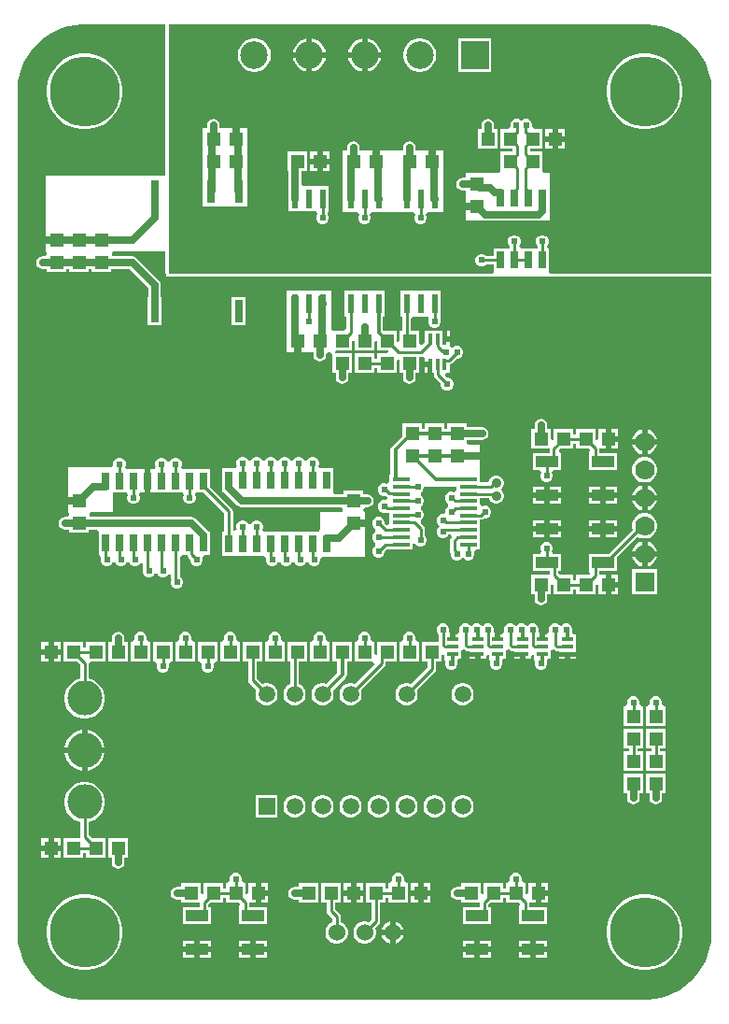
<source format=gtl>
G04*
G04 #@! TF.GenerationSoftware,Altium Limited,Altium Designer,22.4.2 (48)*
G04*
G04 Layer_Physical_Order=1*
G04 Layer_Color=255*
%FSLAX25Y25*%
%MOIN*%
G70*
G04*
G04 #@! TF.SameCoordinates,72E6E30A-1C0B-45E9-B78B-765FFEEE1884*
G04*
G04*
G04 #@! TF.FilePolarity,Positive*
G04*
G01*
G75*
%ADD15C,0.01000*%
%ADD37R,0.08000X0.04000*%
%ADD38R,0.04000X0.01700*%
%ADD39R,0.05000X0.05000*%
%ADD40R,0.05000X0.05000*%
%ADD41R,0.03150X0.08268*%
%ADD42R,0.02362X0.07087*%
%ADD43R,0.02559X0.06496*%
%ADD44R,0.01700X0.04000*%
%ADD45R,0.06300X0.01700*%
%ADD46C,0.02500*%
%ADD47C,0.01200*%
%ADD48C,0.01300*%
%ADD49R,0.09843X0.09843*%
%ADD50C,0.09843*%
%ADD51C,0.12500*%
%ADD52C,0.03500*%
%ADD53C,0.05906*%
%ADD54R,0.05906X0.05906*%
%ADD55C,0.06000*%
%ADD56C,0.07000*%
%ADD57R,0.07000X0.07000*%
%ADD58C,0.25000*%
%ADD59C,0.03600*%
%ADD60C,0.02400*%
%ADD61C,0.04400*%
G36*
X228523Y348749D02*
X230834Y348290D01*
X233088Y347606D01*
X235265Y346704D01*
X237343Y345594D01*
X239302Y344285D01*
X241124Y342790D01*
X242790Y341124D01*
X244285Y339302D01*
X245594Y337343D01*
X246704Y335265D01*
X247606Y333088D01*
X248290Y330834D01*
X248749Y328523D01*
X248980Y326178D01*
Y325000D01*
Y260000D01*
X191519D01*
X190779Y260630D01*
X190779Y261000D01*
Y269126D01*
X190341D01*
X190158Y270126D01*
X190365Y270333D01*
X190700Y271141D01*
Y272016D01*
X190365Y272825D01*
X189746Y273444D01*
X188938Y273779D01*
X188062D01*
X187254Y273444D01*
X186635Y272825D01*
X186300Y272016D01*
Y271141D01*
X186635Y270333D01*
X186841Y270126D01*
X186659Y269126D01*
X186221Y269126D01*
X185221Y269126D01*
X181220D01*
Y269126D01*
X180780D01*
X180202Y269887D01*
X180158Y270126D01*
X180365Y270333D01*
X180700Y271141D01*
Y272016D01*
X180365Y272825D01*
X179746Y273444D01*
X178938Y273779D01*
X178062D01*
X177254Y273444D01*
X176635Y272825D01*
X176300Y272016D01*
Y271141D01*
X176635Y270333D01*
X176841Y270126D01*
X176659Y269126D01*
X176221Y269126D01*
X175221Y269126D01*
X171221D01*
Y266407D01*
X168381D01*
X168045Y266743D01*
X167237Y267078D01*
X166362D01*
X165553Y266743D01*
X164934Y266124D01*
X164599Y265316D01*
Y264440D01*
X164934Y263632D01*
X165553Y263013D01*
X166362Y262678D01*
X167237D01*
X168045Y263013D01*
X168381Y263349D01*
X171221D01*
Y261000D01*
X171221Y260630D01*
X170481Y260000D01*
X55000D01*
Y268000D01*
Y295000D01*
Y348980D01*
X226178D01*
X228523Y348749D01*
D02*
G37*
G36*
X53980Y295000D02*
X11000D01*
Y268293D01*
X11000Y268000D01*
X11445Y267294D01*
X11327Y266828D01*
X10793Y266294D01*
X10000D01*
X9122Y266120D01*
X8378Y265622D01*
X7880Y264878D01*
X7706Y264000D01*
X7880Y263122D01*
X8378Y262378D01*
X9122Y261880D01*
X10000Y261706D01*
X11500D01*
Y260500D01*
X18500D01*
Y261706D01*
X19500D01*
Y260500D01*
X26500D01*
Y261706D01*
X27500D01*
Y260500D01*
X34500D01*
Y261706D01*
X41050D01*
X47706Y255050D01*
Y251776D01*
X47425D01*
Y241508D01*
X52575D01*
Y251776D01*
X52294D01*
Y256000D01*
X52119Y256878D01*
X51622Y257622D01*
X43622Y265622D01*
X42878Y266120D01*
X42000Y266294D01*
X35207D01*
X34874Y266627D01*
X34980Y267803D01*
X35293Y268000D01*
X53980D01*
Y260000D01*
X54000Y259901D01*
Y259000D01*
X54901D01*
X55000Y258980D01*
X170481D01*
X170580Y259000D01*
X191420D01*
X191519Y258980D01*
X248980D01*
Y25000D01*
Y23822D01*
X248749Y21477D01*
X248290Y19166D01*
X247606Y16912D01*
X246704Y14735D01*
X245594Y12657D01*
X244285Y10698D01*
X242790Y8876D01*
X241124Y7210D01*
X239302Y5715D01*
X237343Y4406D01*
X235265Y3296D01*
X233088Y2394D01*
X230834Y1710D01*
X228523Y1251D01*
X226178Y1020D01*
X23822D01*
X21477Y1251D01*
X19166Y1710D01*
X16912Y2394D01*
X14735Y3296D01*
X12657Y4406D01*
X10698Y5715D01*
X8876Y7210D01*
X7210Y8876D01*
X5715Y10698D01*
X4406Y12657D01*
X3296Y14735D01*
X2394Y16912D01*
X1710Y19166D01*
X1251Y21477D01*
X1020Y23822D01*
Y25000D01*
Y325000D01*
Y326178D01*
X1251Y328523D01*
X1710Y330834D01*
X2394Y333088D01*
X3296Y335265D01*
X4406Y337343D01*
X5715Y339302D01*
X7210Y341124D01*
X8876Y342790D01*
X10698Y344285D01*
X12657Y345594D01*
X14735Y346704D01*
X16912Y347606D01*
X19166Y348290D01*
X21477Y348749D01*
X23822Y348980D01*
X53980D01*
Y295000D01*
D02*
G37*
%LPC*%
G36*
X126000Y343838D02*
Y339000D01*
X130838D01*
X130694Y339727D01*
X130247Y340805D01*
X129599Y341775D01*
X128775Y342599D01*
X127805Y343247D01*
X126727Y343694D01*
X126000Y343838D01*
D02*
G37*
G36*
X106315D02*
Y339000D01*
X111153D01*
X111009Y339727D01*
X110562Y340805D01*
X109914Y341775D01*
X109090Y342599D01*
X108120Y343247D01*
X107042Y343694D01*
X106315Y343838D01*
D02*
G37*
G36*
X124000D02*
X123273Y343694D01*
X122195Y343247D01*
X121225Y342599D01*
X120401Y341775D01*
X119753Y340805D01*
X119306Y339727D01*
X119162Y339000D01*
X124000D01*
Y343838D01*
D02*
G37*
G36*
X104315D02*
X103588Y343694D01*
X102510Y343247D01*
X101540Y342599D01*
X100716Y341775D01*
X100068Y340805D01*
X99621Y339727D01*
X99477Y339000D01*
X104315D01*
Y343838D01*
D02*
G37*
G36*
X130838Y337000D02*
X126000D01*
Y332162D01*
X126727Y332306D01*
X127805Y332753D01*
X128775Y333401D01*
X129599Y334225D01*
X130247Y335195D01*
X130694Y336273D01*
X130838Y337000D01*
D02*
G37*
G36*
X111153D02*
X106315D01*
Y332162D01*
X107042Y332306D01*
X108120Y332753D01*
X109090Y333401D01*
X109914Y334225D01*
X110562Y335195D01*
X111009Y336273D01*
X111153Y337000D01*
D02*
G37*
G36*
X124000D02*
X119162D01*
X119306Y336273D01*
X119753Y335195D01*
X120401Y334225D01*
X121225Y333401D01*
X122195Y332753D01*
X123273Y332306D01*
X124000Y332162D01*
Y337000D01*
D02*
G37*
G36*
X104315D02*
X99477D01*
X99621Y336273D01*
X100068Y335195D01*
X100716Y334225D01*
X101540Y333401D01*
X102510Y332753D01*
X103588Y332306D01*
X104315Y332162D01*
Y337000D01*
D02*
G37*
G36*
X170291Y343921D02*
X158449D01*
Y332079D01*
X170291D01*
Y343921D01*
D02*
G37*
G36*
X145268D02*
X144102D01*
X142958Y343694D01*
X141880Y343247D01*
X140910Y342599D01*
X140086Y341775D01*
X139438Y340805D01*
X138991Y339727D01*
X138764Y338583D01*
Y337417D01*
X138991Y336273D01*
X139438Y335195D01*
X140086Y334225D01*
X140910Y333401D01*
X141880Y332753D01*
X142958Y332306D01*
X144102Y332079D01*
X145268D01*
X146412Y332306D01*
X147490Y332753D01*
X148460Y333401D01*
X149284Y334225D01*
X149932Y335195D01*
X150379Y336273D01*
X150606Y337417D01*
Y338583D01*
X150379Y339727D01*
X149932Y340805D01*
X149284Y341775D01*
X148460Y342599D01*
X147490Y343247D01*
X146412Y343694D01*
X145268Y343921D01*
D02*
G37*
G36*
X86213D02*
X85047D01*
X83903Y343694D01*
X82825Y343247D01*
X81855Y342599D01*
X81031Y341775D01*
X80383Y340805D01*
X79936Y339727D01*
X79709Y338583D01*
Y337417D01*
X79936Y336273D01*
X80383Y335195D01*
X81031Y334225D01*
X81855Y333401D01*
X82825Y332753D01*
X83903Y332306D01*
X85047Y332079D01*
X86213D01*
X87357Y332306D01*
X88435Y332753D01*
X89404Y333401D01*
X90229Y334225D01*
X90877Y335195D01*
X91324Y336273D01*
X91551Y337417D01*
Y338583D01*
X91324Y339727D01*
X90877Y340805D01*
X90229Y341775D01*
X89404Y342599D01*
X88435Y343247D01*
X87357Y343694D01*
X86213Y343921D01*
D02*
G37*
G36*
X183138Y315200D02*
X182262D01*
X181454Y314865D01*
X181000Y314411D01*
X180546Y314865D01*
X179738Y315200D01*
X178862D01*
X178054Y314865D01*
X177435Y314246D01*
X177100Y313438D01*
Y312562D01*
X177126Y312500D01*
X176458Y311500D01*
X173500D01*
Y304500D01*
X177971D01*
Y303500D01*
X173500D01*
Y296500D01*
X172707Y296000D01*
X161000D01*
Y294294D01*
X160000D01*
X159122Y294120D01*
X158378Y293622D01*
X157880Y292878D01*
X157706Y292000D01*
X157880Y291122D01*
X158378Y290378D01*
X159122Y289880D01*
X160000Y289706D01*
X161000D01*
Y279000D01*
X191000D01*
Y296000D01*
X189293D01*
X188500Y296500D01*
Y303500D01*
X184029D01*
Y304500D01*
X188500D01*
Y311500D01*
X185542D01*
X184874Y312500D01*
X184900Y312562D01*
Y313438D01*
X184565Y314246D01*
X183946Y314865D01*
X183138Y315200D01*
D02*
G37*
G36*
X226062Y338500D02*
X223938D01*
X221839Y338168D01*
X219818Y337511D01*
X217924Y336546D01*
X216205Y335297D01*
X214703Y333795D01*
X213454Y332076D01*
X212489Y330182D01*
X211832Y328161D01*
X211500Y326062D01*
Y323938D01*
X211832Y321839D01*
X212489Y319818D01*
X213454Y317924D01*
X214703Y316205D01*
X216205Y314703D01*
X217924Y313454D01*
X219818Y312489D01*
X221839Y311832D01*
X223938Y311500D01*
X226062D01*
X228161Y311832D01*
X230182Y312489D01*
X232076Y313454D01*
X233795Y314703D01*
X235297Y316205D01*
X236546Y317924D01*
X237511Y319818D01*
X238168Y321839D01*
X238500Y323938D01*
Y326062D01*
X238168Y328161D01*
X237511Y330182D01*
X236546Y332076D01*
X235297Y333795D01*
X233795Y335297D01*
X232076Y336546D01*
X230182Y337511D01*
X228161Y338168D01*
X226062Y338500D01*
D02*
G37*
G36*
X196500Y311500D02*
X194000D01*
Y309000D01*
X196500D01*
Y311500D01*
D02*
G37*
G36*
X192000D02*
X189500D01*
Y309000D01*
X192000D01*
Y311500D01*
D02*
G37*
G36*
X196500Y307000D02*
X194000D01*
Y304500D01*
X196500D01*
Y307000D01*
D02*
G37*
G36*
X192000D02*
X189500D01*
Y304500D01*
X192000D01*
Y307000D01*
D02*
G37*
G36*
X169000Y315294D02*
X168122Y315120D01*
X167378Y314622D01*
X166881Y313878D01*
X166706Y313000D01*
Y311500D01*
X165500D01*
Y304500D01*
X172500D01*
Y311500D01*
X171294D01*
Y313000D01*
X171119Y313878D01*
X170622Y314622D01*
X169878Y315120D01*
X169000Y315294D01*
D02*
G37*
G36*
X141000Y307294D02*
X140122Y307119D01*
X139378Y306622D01*
X138881Y305878D01*
X138706Y305000D01*
Y304000D01*
X123294D01*
Y305000D01*
X123119Y305878D01*
X122622Y306622D01*
X121878Y307119D01*
X121000Y307294D01*
X120122Y307119D01*
X119378Y306622D01*
X118880Y305878D01*
X118706Y305000D01*
Y304000D01*
X117000D01*
X117000Y282000D01*
X122475Y282000D01*
X122696Y281747D01*
X123033Y281000D01*
X122800Y280438D01*
Y279562D01*
X123135Y278754D01*
X123754Y278135D01*
X124562Y277800D01*
X125438D01*
X126246Y278135D01*
X126865Y278754D01*
X127200Y279562D01*
Y280438D01*
X126967Y281000D01*
X127304Y281747D01*
X127525Y282000D01*
X142474Y282000D01*
X142696Y281747D01*
X143033Y281000D01*
X142800Y280438D01*
Y279562D01*
X143135Y278754D01*
X143754Y278135D01*
X144562Y277800D01*
X145438D01*
X146246Y278135D01*
X146865Y278754D01*
X147200Y279562D01*
Y280438D01*
X146967Y281000D01*
X147304Y281747D01*
X147526Y282000D01*
X153000Y282000D01*
X153000Y304000D01*
X143294D01*
Y305000D01*
X143120Y305878D01*
X142622Y306622D01*
X141878Y307119D01*
X141000Y307294D01*
D02*
G37*
G36*
X112500Y303500D02*
X110000D01*
Y301000D01*
X112500D01*
Y303500D01*
D02*
G37*
G36*
X108000D02*
X105500D01*
Y301000D01*
X108000D01*
Y303500D01*
D02*
G37*
G36*
X112500Y299000D02*
X110000D01*
Y296500D01*
X112500D01*
Y299000D01*
D02*
G37*
G36*
X108000D02*
X105500D01*
Y296500D01*
X108000D01*
Y299000D01*
D02*
G37*
G36*
X71000Y315294D02*
X70122Y315120D01*
X69378Y314622D01*
X68880Y313878D01*
X68706Y313000D01*
Y312000D01*
X67000D01*
Y284000D01*
X83000D01*
Y312000D01*
X73294D01*
Y313000D01*
X73119Y313878D01*
X72622Y314622D01*
X71878Y315120D01*
X71000Y315294D01*
D02*
G37*
G36*
X104500Y303500D02*
X97500D01*
Y296500D01*
X97775D01*
Y287047D01*
X97706Y286701D01*
X97819Y286133D01*
Y282157D01*
X101819D01*
X102819Y282157D01*
X103181Y282157D01*
X106819D01*
X107819Y282157D01*
X108098Y281157D01*
X107800Y280438D01*
Y279562D01*
X108135Y278754D01*
X108754Y278135D01*
X109562Y277800D01*
X110438D01*
X111246Y278135D01*
X111865Y278754D01*
X112200Y279562D01*
Y280438D01*
X111902Y281157D01*
X112181Y282157D01*
X112181D01*
Y291244D01*
X108181D01*
X107181Y291244D01*
X106819Y291244D01*
X102819Y291244D01*
X102363Y292055D01*
Y296500D01*
X104500D01*
Y303500D01*
D02*
G37*
G36*
X26063Y338500D02*
X23937D01*
X21839Y338168D01*
X19818Y337511D01*
X17924Y336546D01*
X16205Y335297D01*
X14703Y333795D01*
X13454Y332076D01*
X12489Y330182D01*
X11832Y328161D01*
X11500Y326062D01*
Y323938D01*
X11832Y321839D01*
X12489Y319818D01*
X13454Y317924D01*
X14703Y316205D01*
X16205Y314703D01*
X17924Y313454D01*
X19818Y312489D01*
X21839Y311832D01*
X23937Y311500D01*
X26063D01*
X28161Y311832D01*
X30182Y312489D01*
X32076Y313454D01*
X33795Y314703D01*
X35297Y316205D01*
X36546Y317924D01*
X37511Y319818D01*
X38168Y321839D01*
X38500Y323938D01*
Y326062D01*
X38168Y328161D01*
X37511Y330182D01*
X36546Y332076D01*
X35297Y333795D01*
X33795Y335297D01*
X32076Y336546D01*
X30182Y337511D01*
X28161Y338168D01*
X26063Y338500D01*
D02*
G37*
G36*
X82575Y251776D02*
X77425D01*
Y241508D01*
X82575D01*
Y251776D01*
D02*
G37*
G36*
X113000Y254000D02*
X97000D01*
Y232000D01*
X106706D01*
Y231000D01*
X106881Y230122D01*
X107378Y229378D01*
X108122Y228881D01*
X109000Y228706D01*
X109878Y228881D01*
X110622Y229378D01*
X111119Y230122D01*
X111294Y231000D01*
Y231293D01*
X112001Y232000D01*
X112402Y232000D01*
X112863Y231901D01*
X113193Y231693D01*
X113401Y231363D01*
X113500Y230903D01*
X113500Y230748D01*
Y224500D01*
X114706D01*
Y223000D01*
X114881Y222122D01*
X115378Y221378D01*
X116122Y220881D01*
X117000Y220706D01*
X117878Y220881D01*
X118622Y221378D01*
X119120Y222122D01*
X119294Y223000D01*
Y224500D01*
X120500D01*
Y231500D01*
X114635Y231500D01*
X114345Y231889D01*
X114762Y232500D01*
X120500D01*
Y236437D01*
X121500Y235903D01*
Y232500D01*
X128500D01*
Y235758D01*
X129500Y236293D01*
Y232500D01*
X133362D01*
X133441Y232382D01*
X132970Y231500D01*
X129500D01*
Y229529D01*
X128500D01*
Y231500D01*
X121500D01*
Y224500D01*
X128500D01*
Y226471D01*
X129500D01*
Y224500D01*
X136500D01*
Y229126D01*
X137345Y229661D01*
X137500Y229587D01*
Y224500D01*
X138706D01*
Y223000D01*
X138881Y222122D01*
X139378Y221378D01*
X140122Y220881D01*
X141000Y220706D01*
X141878Y220881D01*
X142622Y221378D01*
X143120Y222122D01*
X143294Y223000D01*
Y224500D01*
X144500D01*
Y230471D01*
X145091D01*
X145623Y230576D01*
X145711Y230565D01*
X146591Y229995D01*
X146591Y229739D01*
Y228500D01*
X148441D01*
Y227500D01*
X149150D01*
Y224500D01*
X149680D01*
Y223935D01*
X149796Y223349D01*
X150128Y222853D01*
X152281Y220700D01*
Y220225D01*
X152616Y219416D01*
X153235Y218797D01*
X154043Y218463D01*
X154919D01*
X155727Y218797D01*
X156346Y219416D01*
X156681Y220225D01*
Y221100D01*
X156346Y221909D01*
X155727Y222528D01*
X154919Y222863D01*
X154444D01*
X153730Y223576D01*
X154113Y224500D01*
X155409D01*
Y227552D01*
X155585Y227587D01*
X156081Y227919D01*
X157963Y229800D01*
X158438D01*
X159246Y230135D01*
X159865Y230754D01*
X160200Y231562D01*
Y232438D01*
X159865Y233246D01*
X159246Y233865D01*
X158438Y234200D01*
X157562D01*
X156754Y233865D01*
X156653Y233765D01*
X156236Y233490D01*
X155409Y233964D01*
Y235500D01*
X153559D01*
Y236500D01*
X152850D01*
Y239500D01*
X146591D01*
Y235663D01*
X145424Y234496D01*
X144500Y234878D01*
Y239500D01*
X141598D01*
Y244049D01*
X142305Y244756D01*
X142819D01*
X143181Y244756D01*
X146819D01*
X147819Y244756D01*
X147932Y243756D01*
X147800Y243438D01*
Y242562D01*
X148135Y241754D01*
X148754Y241135D01*
X149562Y240800D01*
X150438D01*
X151246Y241135D01*
X151865Y241754D01*
X152200Y242562D01*
Y243438D01*
X152068Y243756D01*
X152181Y244756D01*
X152181D01*
Y253842D01*
X148181D01*
X147181Y253842D01*
X146819Y253842D01*
X143181D01*
X142181Y253842D01*
X141819Y253842D01*
X137819D01*
Y244756D01*
X138540D01*
Y239500D01*
X137500D01*
Y236030D01*
X136618Y235559D01*
X136500Y235638D01*
Y239500D01*
X131807D01*
X131631Y239676D01*
Y244756D01*
X132181D01*
Y253842D01*
X128181D01*
X127181Y253842D01*
X126819Y253842D01*
X123181D01*
X122181Y253842D01*
X121819Y253842D01*
X117819D01*
Y244756D01*
X118471D01*
Y240445D01*
X117526Y239500D01*
X114000D01*
X113500Y239500D01*
X113000Y240293D01*
Y254000D01*
D02*
G37*
G36*
X155409Y239500D02*
X154559D01*
Y237500D01*
X155409D01*
Y239500D01*
D02*
G37*
G36*
X147441Y226500D02*
X146591D01*
Y224500D01*
X147441D01*
Y226500D01*
D02*
G37*
G36*
X161500Y206500D02*
X154500D01*
Y204682D01*
X153500D01*
Y206500D01*
X146500D01*
Y204682D01*
X145500D01*
Y206500D01*
X138500D01*
Y202061D01*
X134810Y198372D01*
X134446Y197826D01*
X134318Y197182D01*
Y188366D01*
X133850D01*
Y185615D01*
X133783Y185532D01*
X132850Y185029D01*
X132438Y185200D01*
X131562D01*
X130754Y184865D01*
X130135Y184246D01*
X129800Y183438D01*
Y182562D01*
X130135Y181754D01*
X130754Y181135D01*
X131562Y180800D01*
X132416D01*
X132691Y180525D01*
X133072Y180271D01*
X133119Y180000D01*
X132588Y179376D01*
X132407Y179200D01*
X131562D01*
X130754Y178865D01*
X130135Y178246D01*
X129800Y177438D01*
Y176562D01*
X130135Y175754D01*
X130754Y175135D01*
X131562Y174800D01*
X132438D01*
X132571Y174855D01*
X133099Y174750D01*
X133850D01*
Y170569D01*
X132940Y170336D01*
X132200Y170980D01*
Y171438D01*
X131865Y172246D01*
X131246Y172865D01*
X130438Y173200D01*
X129562D01*
X128754Y172865D01*
X128135Y172246D01*
X127800Y171438D01*
Y170562D01*
X128135Y169754D01*
X128754Y169135D01*
X128980Y169041D01*
Y167959D01*
X128754Y167865D01*
X128135Y167246D01*
X127800Y166438D01*
Y165562D01*
X128135Y164754D01*
X128754Y164135D01*
X128980Y164041D01*
Y162959D01*
X128754Y162865D01*
X128135Y162246D01*
X127800Y161438D01*
Y160562D01*
X128135Y159754D01*
X128754Y159135D01*
X129562Y158800D01*
X130438D01*
X131246Y159135D01*
X131865Y159754D01*
X132200Y160562D01*
Y160974D01*
X132933Y161683D01*
X133850Y161634D01*
Y161634D01*
X142150D01*
Y163519D01*
X143064Y163737D01*
X143150Y163739D01*
X143754Y163135D01*
X144562Y162800D01*
X145438D01*
X146246Y163135D01*
X146865Y163754D01*
X147200Y164562D01*
Y165438D01*
X146865Y166246D01*
X146529Y166582D01*
Y168876D01*
X146413Y169461D01*
X146081Y169957D01*
X145062Y170976D01*
X145244Y172122D01*
X145282Y172171D01*
X145865Y172754D01*
X146200Y173562D01*
Y174438D01*
X145865Y175246D01*
X145246Y175865D01*
X145020Y175959D01*
Y177041D01*
X145246Y177135D01*
X145865Y177754D01*
X146200Y178562D01*
Y179438D01*
X145865Y180246D01*
X145246Y180865D01*
X145020Y180959D01*
Y182041D01*
X145246Y182135D01*
X145865Y182754D01*
X146200Y183562D01*
Y184000D01*
X157850D01*
Y182615D01*
X157779Y182527D01*
X156927Y182035D01*
X156850Y182029D01*
X156438Y182200D01*
X155562D01*
X154754Y181865D01*
X154135Y181246D01*
X153800Y180438D01*
Y179562D01*
X154135Y178754D01*
X154754Y178135D01*
X154953Y178053D01*
Y176970D01*
X154754Y176888D01*
X154135Y176269D01*
X153800Y175460D01*
Y175124D01*
X153547Y174480D01*
X152877Y174200D01*
X152562D01*
X151754Y173865D01*
X151135Y173246D01*
X150800Y172438D01*
Y171562D01*
X151135Y170754D01*
X151235Y170653D01*
X151665Y170000D01*
X151235Y169347D01*
X151135Y169246D01*
X150800Y168438D01*
Y167562D01*
X151135Y166754D01*
X151754Y166135D01*
X152562Y165800D01*
X153438D01*
X154246Y166135D01*
X154865Y166754D01*
X154966Y166999D01*
X155921D01*
X156305Y166073D01*
X155919Y165687D01*
X155587Y165191D01*
X155471Y164606D01*
Y161379D01*
X155587Y160794D01*
X155809Y160461D01*
X155800Y160438D01*
Y159562D01*
X156135Y158754D01*
X156754Y158135D01*
X157562Y157800D01*
X158438D01*
X159246Y158135D01*
X159347Y158235D01*
X160000Y158665D01*
X160653Y158235D01*
X160754Y158135D01*
X161562Y157800D01*
X162438D01*
X163246Y158135D01*
X163865Y158754D01*
X164200Y159562D01*
Y160438D01*
X164119Y160634D01*
X164784Y161634D01*
X166150D01*
Y164193D01*
Y166752D01*
Y169311D01*
Y172191D01*
X166650D01*
X167235Y172308D01*
X167731Y172639D01*
X167892Y172800D01*
X168438D01*
X169246Y173135D01*
X169865Y173754D01*
X170200Y174562D01*
Y175438D01*
X169865Y176246D01*
X169246Y176865D01*
X168438Y177200D01*
X167562D01*
X167150Y177029D01*
X166217Y177532D01*
X166150Y177615D01*
Y179868D01*
X169389D01*
X169437Y179689D01*
X169799Y179061D01*
X170311Y178550D01*
X170939Y178187D01*
X171638Y178000D01*
X172362D01*
X173062Y178187D01*
X173688Y178550D01*
X174200Y179061D01*
X174563Y179689D01*
X174750Y180388D01*
Y181112D01*
X174563Y181811D01*
X174200Y182439D01*
X173730Y183000D01*
X174201Y183562D01*
X174563Y184188D01*
X174750Y184888D01*
Y185612D01*
X174563Y186311D01*
X174200Y186939D01*
X173688Y187451D01*
X173062Y187813D01*
X172362Y188000D01*
X171638D01*
X170939Y187813D01*
X170311Y187451D01*
X169799Y186939D01*
X169437Y186311D01*
X169250Y185612D01*
Y185486D01*
X166150D01*
Y188366D01*
X166000D01*
Y199000D01*
X162293D01*
X161500Y199500D01*
Y200706D01*
X167000D01*
X167878Y200881D01*
X168622Y201378D01*
X169120Y202122D01*
X169294Y203000D01*
X169120Y203878D01*
X168622Y204622D01*
X167878Y205119D01*
X167000Y205294D01*
X161500D01*
Y206500D01*
D02*
G37*
G36*
X215500Y204500D02*
X213000D01*
Y202000D01*
X215500D01*
Y204500D01*
D02*
G37*
G36*
X226000Y204391D02*
Y201000D01*
X229391D01*
X229193Y201737D01*
X228601Y202763D01*
X227763Y203601D01*
X226737Y204193D01*
X226000Y204391D01*
D02*
G37*
G36*
X224000D02*
X223263Y204193D01*
X222237Y203601D01*
X221399Y202763D01*
X220807Y201737D01*
X220609Y201000D01*
X224000D01*
Y204391D01*
D02*
G37*
G36*
X215500Y200000D02*
X213000D01*
Y197500D01*
X215500D01*
Y200000D01*
D02*
G37*
G36*
X229391Y199000D02*
X226000D01*
Y195609D01*
X226737Y195807D01*
X227763Y196399D01*
X228601Y197237D01*
X229193Y198263D01*
X229391Y199000D01*
D02*
G37*
G36*
X224000D02*
X220609D01*
X220807Y198263D01*
X221399Y197237D01*
X222237Y196399D01*
X223263Y195807D01*
X224000Y195609D01*
Y199000D01*
D02*
G37*
G36*
X106938Y194519D02*
X106062D01*
X105254Y194184D01*
X104635Y193565D01*
X104541Y193339D01*
X103459D01*
X103365Y193565D01*
X102746Y194184D01*
X101938Y194519D01*
X101062D01*
X100254Y194184D01*
X99635Y193565D01*
X99541Y193339D01*
X98459D01*
X98365Y193565D01*
X97746Y194184D01*
X96938Y194519D01*
X96062D01*
X95254Y194184D01*
X94635Y193565D01*
X94541Y193339D01*
X93459D01*
X93365Y193565D01*
X92746Y194184D01*
X91938Y194519D01*
X91062D01*
X90254Y194184D01*
X89635Y193565D01*
X89541Y193339D01*
X88459D01*
X88365Y193565D01*
X87746Y194184D01*
X86938Y194519D01*
X86062D01*
X85254Y194184D01*
X84635Y193565D01*
X84541Y193339D01*
X83459D01*
X83365Y193565D01*
X82746Y194184D01*
X81938Y194519D01*
X81062D01*
X80254Y194184D01*
X79635Y193565D01*
X79300Y192756D01*
Y191881D01*
X79430Y191567D01*
X79220Y190567D01*
X78780D01*
Y190567D01*
X74221D01*
Y186392D01*
X74206Y186319D01*
X74221Y186246D01*
Y182071D01*
X74832D01*
X74907Y181958D01*
X79487Y177378D01*
X80231Y176881D01*
X81109Y176706D01*
X116793D01*
X117126Y176373D01*
X117020Y175198D01*
X116707Y175000D01*
X109000D01*
Y168838D01*
X108780Y167929D01*
X108000Y167929D01*
X104780D01*
X104220Y167929D01*
X103220Y167929D01*
X99779D01*
X99221Y167929D01*
X98220Y167929D01*
X94779D01*
X94221Y167929D01*
X93221Y167929D01*
X89780D01*
X88779Y167929D01*
X88570Y168929D01*
X88700Y169244D01*
Y170119D01*
X88365Y170927D01*
X87746Y171546D01*
X86938Y171881D01*
X86062D01*
X85254Y171546D01*
X84635Y170927D01*
X84541Y170701D01*
X83459D01*
X83365Y170927D01*
X82746Y171546D01*
X81938Y171881D01*
X81062D01*
X80254Y171546D01*
X79635Y170927D01*
X79300Y170119D01*
Y169244D01*
X79430Y168929D01*
X79382Y168698D01*
X78292Y168374D01*
X78029Y168636D01*
Y175154D01*
X77913Y175739D01*
X77581Y176235D01*
X69779Y184037D01*
Y190370D01*
X65780D01*
X65220Y190370D01*
X64220Y190370D01*
X60780D01*
X59780Y190370D01*
X59570Y191370D01*
X59700Y191684D01*
Y192560D01*
X59365Y193368D01*
X58746Y193987D01*
X57938Y194322D01*
X57062D01*
X56254Y193987D01*
X55635Y193368D01*
X55541Y193142D01*
X54459D01*
X54365Y193368D01*
X53746Y193987D01*
X52938Y194322D01*
X52062D01*
X51254Y193987D01*
X50635Y193368D01*
X50300Y192560D01*
Y191684D01*
X50430Y191370D01*
X50221Y190370D01*
X49220Y190370D01*
X48500D01*
Y186122D01*
Y181874D01*
X49220D01*
X49779Y181874D01*
X50779Y181874D01*
X54220D01*
X54779Y181874D01*
X55779Y181874D01*
X59220D01*
X60220Y181874D01*
X60430Y180874D01*
X60300Y180560D01*
Y179684D01*
X60635Y178876D01*
X61254Y178257D01*
X62062Y177922D01*
X62938D01*
X63746Y178257D01*
X64365Y178876D01*
X64700Y179684D01*
Y180560D01*
X64570Y180874D01*
X64780Y181874D01*
X65780Y181874D01*
X67617D01*
X74971Y174520D01*
Y167929D01*
X74221D01*
Y159433D01*
X78220D01*
X78780Y159433D01*
X79779Y159433D01*
X83220D01*
X83780Y159433D01*
X84780Y159433D01*
X88221D01*
X89242Y159433D01*
X89800Y158438D01*
Y157562D01*
X90135Y156754D01*
X90754Y156135D01*
X91562Y155800D01*
X92438D01*
X93246Y156135D01*
X93865Y156754D01*
X93959Y156980D01*
X95041D01*
X95135Y156754D01*
X95754Y156135D01*
X96562Y155800D01*
X97438D01*
X98246Y156135D01*
X98865Y156754D01*
X98959Y156980D01*
X100041D01*
X100135Y156754D01*
X100754Y156135D01*
X101562Y155800D01*
X102438D01*
X103246Y156135D01*
X103865Y156754D01*
X103959Y156980D01*
X105041D01*
X105135Y156754D01*
X105754Y156135D01*
X106562Y155800D01*
X107438D01*
X108246Y156135D01*
X108865Y156754D01*
X109200Y157562D01*
X109200Y158438D01*
X110049Y159000D01*
X125000D01*
Y174707D01*
X125000Y175000D01*
X124555Y175706D01*
X124673Y176172D01*
X125207Y176706D01*
X126000D01*
X126878Y176881D01*
X127622Y177378D01*
X128120Y178122D01*
X128294Y179000D01*
X128120Y179878D01*
X127622Y180622D01*
X126878Y181120D01*
X126000Y181294D01*
X124500D01*
Y182500D01*
X117500D01*
Y181294D01*
X114318D01*
X113779Y182071D01*
X113779Y182294D01*
Y190567D01*
X109780D01*
X108780Y190567D01*
X108570Y191567D01*
X108700Y191881D01*
Y192756D01*
X108365Y193565D01*
X107746Y194184D01*
X106938Y194519D01*
D02*
G37*
G36*
X188000Y208294D02*
X187122Y208120D01*
X186378Y207622D01*
X185880Y206878D01*
X185706Y206000D01*
Y204500D01*
X184500D01*
Y197500D01*
X191056D01*
Y196000D01*
X185000D01*
Y190000D01*
X187475D01*
X187696Y189747D01*
X188033Y189000D01*
X187800Y188438D01*
Y187562D01*
X188135Y186754D01*
X188754Y186135D01*
X189562Y185800D01*
X190438D01*
X191246Y186135D01*
X191865Y186754D01*
X192200Y187562D01*
Y188438D01*
X191967Y189000D01*
X192304Y189747D01*
X192525Y190000D01*
X195000D01*
Y196000D01*
X194887D01*
X194470Y197000D01*
X194946Y197500D01*
X199500D01*
Y199471D01*
X200500D01*
Y197500D01*
X205054D01*
X205530Y197000D01*
X205113Y196000D01*
X205000D01*
Y190000D01*
X215000D01*
Y196000D01*
X208944D01*
Y197500D01*
X211000D01*
Y201000D01*
Y204500D01*
X208500D01*
Y201097D01*
X207500Y200563D01*
Y204500D01*
X200500D01*
Y202529D01*
X199500D01*
Y204500D01*
X192500D01*
Y200563D01*
X191500Y201097D01*
Y204500D01*
X190294D01*
Y206000D01*
X190120Y206878D01*
X189622Y207622D01*
X188878Y208120D01*
X188000Y208294D01*
D02*
G37*
G36*
X225592Y194500D02*
X224408D01*
X223263Y194193D01*
X222237Y193601D01*
X221399Y192763D01*
X220807Y191737D01*
X220500Y190592D01*
Y189408D01*
X220807Y188263D01*
X221399Y187237D01*
X222237Y186399D01*
X223263Y185807D01*
X224408Y185500D01*
X225592D01*
X226737Y185807D01*
X227763Y186399D01*
X228601Y187237D01*
X229193Y188263D01*
X229500Y189408D01*
Y190592D01*
X229193Y191737D01*
X228601Y192763D01*
X227763Y193601D01*
X226737Y194193D01*
X225592Y194500D01*
D02*
G37*
G36*
X215000Y184000D02*
X211000D01*
Y182000D01*
X215000D01*
Y184000D01*
D02*
G37*
G36*
X209000D02*
X205000D01*
Y182000D01*
X209000D01*
Y184000D01*
D02*
G37*
G36*
X195000D02*
X191000D01*
Y182000D01*
X195000D01*
Y184000D01*
D02*
G37*
G36*
X189000D02*
X185000D01*
Y182000D01*
X189000D01*
Y184000D01*
D02*
G37*
G36*
X37938Y194322D02*
X37062D01*
X36254Y193987D01*
X35635Y193368D01*
X35300Y192560D01*
Y191876D01*
X35207Y191605D01*
X34501Y191000D01*
X19000D01*
Y175293D01*
X19000Y175000D01*
X19445Y174294D01*
X19327Y173828D01*
X18793Y173294D01*
X18000D01*
X17122Y173119D01*
X16378Y172622D01*
X15880Y171878D01*
X15706Y171000D01*
X15880Y170122D01*
X16378Y169378D01*
X17122Y168880D01*
X18000Y168706D01*
X19500D01*
Y167500D01*
X26500D01*
Y168706D01*
X29461D01*
X30220Y168126D01*
X30220Y167706D01*
Y159630D01*
X30439D01*
X30880Y158630D01*
X30800Y158438D01*
Y157562D01*
X31135Y156754D01*
X31754Y156135D01*
X32562Y155800D01*
X33438D01*
X34246Y156135D01*
X34865Y156754D01*
X34959Y156980D01*
X36041D01*
X36135Y156754D01*
X36754Y156135D01*
X37562Y155800D01*
X38438D01*
X39246Y156135D01*
X39865Y156754D01*
X39959Y156980D01*
X41041D01*
X41135Y156754D01*
X41754Y156135D01*
X42562Y155800D01*
X43438D01*
X44246Y156135D01*
X44865Y156754D01*
X44971Y157009D01*
X45971Y156810D01*
Y154879D01*
X45974Y154859D01*
X45800Y154438D01*
Y153562D01*
X46135Y152754D01*
X46754Y152135D01*
X47562Y151800D01*
X48438D01*
X49246Y152135D01*
X49865Y152754D01*
X49959Y152980D01*
X51041D01*
X51135Y152754D01*
X51754Y152135D01*
X52562Y151800D01*
X53438D01*
X54246Y152135D01*
X54865Y152754D01*
X54971Y153009D01*
X55971Y152810D01*
Y151286D01*
X56029Y150991D01*
X55800Y150438D01*
Y149562D01*
X56135Y148754D01*
X56754Y148135D01*
X57562Y147800D01*
X58438D01*
X59246Y148135D01*
X59865Y148754D01*
X60200Y149562D01*
Y150438D01*
X59865Y151246D01*
X59246Y151865D01*
X59029Y151955D01*
Y158923D01*
X59737Y159630D01*
X61664Y159630D01*
X61731Y159288D01*
X62063Y158792D01*
X62800Y158055D01*
Y157562D01*
X63135Y156754D01*
X63754Y156135D01*
X64562Y155800D01*
X65438D01*
X66246Y156135D01*
X66865Y156754D01*
X67200Y157562D01*
Y158438D01*
X67120Y158630D01*
X67788Y159630D01*
X69779D01*
Y163805D01*
X69794Y163878D01*
X69779Y163951D01*
Y168126D01*
X69168D01*
X69093Y168239D01*
X64710Y172622D01*
X63965Y173119D01*
X63087Y173294D01*
X27207D01*
X26874Y173627D01*
X26980Y174802D01*
X27293Y175000D01*
X35000D01*
Y180965D01*
X35221Y181874D01*
X36000Y181874D01*
X39220D01*
X40220Y181874D01*
X40430Y180874D01*
X40300Y180560D01*
Y179684D01*
X40635Y178876D01*
X41254Y178257D01*
X42062Y177922D01*
X42938D01*
X43746Y178257D01*
X44365Y178876D01*
X44700Y179684D01*
Y180560D01*
X44570Y180874D01*
X44780Y181874D01*
X45779Y181874D01*
X46500D01*
Y186122D01*
Y190370D01*
X45779D01*
X45221Y190370D01*
X44221Y190370D01*
X40780D01*
X39779Y190370D01*
X39570Y191370D01*
X39700Y191684D01*
Y192560D01*
X39365Y193368D01*
X38746Y193987D01*
X37938Y194322D01*
D02*
G37*
G36*
X226000Y184391D02*
Y181000D01*
X229391D01*
X229193Y181737D01*
X228601Y182763D01*
X227763Y183601D01*
X226737Y184193D01*
X226000Y184391D01*
D02*
G37*
G36*
X224000D02*
X223263Y184193D01*
X222237Y183601D01*
X221399Y182763D01*
X220807Y181737D01*
X220609Y181000D01*
X224000D01*
Y184391D01*
D02*
G37*
G36*
X215000Y180000D02*
X211000D01*
Y178000D01*
X215000D01*
Y180000D01*
D02*
G37*
G36*
X209000D02*
X205000D01*
Y178000D01*
X209000D01*
Y180000D01*
D02*
G37*
G36*
X195000D02*
X191000D01*
Y178000D01*
X195000D01*
Y180000D01*
D02*
G37*
G36*
X189000D02*
X185000D01*
Y178000D01*
X189000D01*
Y180000D01*
D02*
G37*
G36*
X229391Y179000D02*
X226000D01*
Y175609D01*
X226737Y175807D01*
X227763Y176399D01*
X228601Y177237D01*
X229193Y178263D01*
X229391Y179000D01*
D02*
G37*
G36*
X224000D02*
X220609D01*
X220807Y178263D01*
X221399Y177237D01*
X222237Y176399D01*
X223263Y175807D01*
X224000Y175609D01*
Y179000D01*
D02*
G37*
G36*
X195000Y172000D02*
X191000D01*
Y170000D01*
X195000D01*
Y172000D01*
D02*
G37*
G36*
X215000D02*
X211000D01*
Y170000D01*
X215000D01*
Y172000D01*
D02*
G37*
G36*
X189000D02*
X185000D01*
Y170000D01*
X189000D01*
Y172000D01*
D02*
G37*
G36*
X209000D02*
X205000D01*
Y170000D01*
X209000D01*
Y172000D01*
D02*
G37*
G36*
X215000Y168000D02*
X211000D01*
Y166000D01*
X215000D01*
Y168000D01*
D02*
G37*
G36*
X209000D02*
X205000D01*
Y166000D01*
X209000D01*
Y168000D01*
D02*
G37*
G36*
X195000D02*
X191000D01*
Y166000D01*
X195000D01*
Y168000D01*
D02*
G37*
G36*
X189000D02*
X185000D01*
Y166000D01*
X189000D01*
Y168000D01*
D02*
G37*
G36*
X225592Y174500D02*
X224408D01*
X223263Y174193D01*
X222237Y173601D01*
X221399Y172763D01*
X220807Y171737D01*
X220500Y170592D01*
Y169408D01*
X220710Y168623D01*
X212087Y160000D01*
X205000D01*
Y154000D01*
X205113D01*
X205530Y153000D01*
X205054Y152500D01*
X200500D01*
Y150529D01*
X199500D01*
Y152500D01*
X194663D01*
X194279Y152884D01*
Y154000D01*
X195000D01*
Y160000D01*
X192525D01*
X192304Y160253D01*
X191967Y161000D01*
X192200Y161562D01*
Y162438D01*
X191865Y163246D01*
X191246Y163865D01*
X190438Y164200D01*
X189562D01*
X188754Y163865D01*
X188135Y163246D01*
X187800Y162438D01*
Y161562D01*
X188033Y161000D01*
X187696Y160253D01*
X187475Y160000D01*
X185000D01*
Y154000D01*
X191221D01*
Y152500D01*
X184500D01*
Y145500D01*
X185706D01*
Y144000D01*
X185880Y143122D01*
X186378Y142378D01*
X187122Y141881D01*
X188000Y141706D01*
X188878Y141881D01*
X189622Y142378D01*
X190120Y143122D01*
X190294Y144000D01*
Y145500D01*
X191500D01*
Y148903D01*
X192500Y149437D01*
Y145500D01*
X199500D01*
Y147471D01*
X200500D01*
Y145500D01*
X207500D01*
Y149437D01*
X208500Y148903D01*
Y145500D01*
X211000D01*
Y149000D01*
Y152500D01*
X208944D01*
Y154000D01*
X215000D01*
Y158587D01*
X222602Y166189D01*
X223263Y165807D01*
X224408Y165500D01*
X225592D01*
X226737Y165807D01*
X227763Y166399D01*
X228601Y167237D01*
X229193Y168263D01*
X229500Y169408D01*
Y170592D01*
X229193Y171737D01*
X228601Y172763D01*
X227763Y173601D01*
X226737Y174193D01*
X225592Y174500D01*
D02*
G37*
G36*
X226000Y164391D02*
Y161000D01*
X229391D01*
X229193Y161737D01*
X228601Y162763D01*
X227763Y163601D01*
X226737Y164193D01*
X226000Y164391D01*
D02*
G37*
G36*
X224000D02*
X223263Y164193D01*
X222237Y163601D01*
X221399Y162763D01*
X220807Y161737D01*
X220609Y161000D01*
X224000D01*
Y164391D01*
D02*
G37*
G36*
X229391Y159000D02*
X226000D01*
Y155609D01*
X226737Y155807D01*
X227763Y156399D01*
X228601Y157237D01*
X229193Y158263D01*
X229391Y159000D01*
D02*
G37*
G36*
X224000D02*
X220609D01*
X220807Y158263D01*
X221399Y157237D01*
X222237Y156399D01*
X223263Y155807D01*
X224000Y155609D01*
Y159000D01*
D02*
G37*
G36*
X215500Y152500D02*
X213000D01*
Y150000D01*
X215500D01*
Y152500D01*
D02*
G37*
G36*
X229500Y154500D02*
X220500D01*
Y145500D01*
X229500D01*
Y154500D01*
D02*
G37*
G36*
X215500Y148000D02*
X213000D01*
Y145500D01*
X215500D01*
Y148000D01*
D02*
G37*
G36*
X197438Y135200D02*
X196562D01*
X195754Y134865D01*
X195653Y134765D01*
X195000Y134335D01*
X194347Y134765D01*
X194246Y134865D01*
X193438Y135200D01*
X192562D01*
X191754Y134865D01*
X191135Y134246D01*
X190800Y133438D01*
Y132562D01*
X190864Y132409D01*
X190195Y131409D01*
X189500D01*
Y129559D01*
X187500D01*
Y131865D01*
X187136Y132409D01*
X187200Y132562D01*
Y133438D01*
X186865Y134246D01*
X186246Y134865D01*
X185438Y135200D01*
X184562D01*
X183754Y134865D01*
X183653Y134765D01*
X183000Y134335D01*
X182347Y134765D01*
X182246Y134865D01*
X181438Y135200D01*
X180562D01*
X179754Y134865D01*
X179653Y134765D01*
X179000Y134335D01*
X178347Y134765D01*
X178246Y134865D01*
X177438Y135200D01*
X176562D01*
X175754Y134865D01*
X175135Y134246D01*
X174800Y133438D01*
Y132562D01*
X174864Y132409D01*
X174195Y131409D01*
X173500D01*
Y129559D01*
X171500D01*
Y131865D01*
X171136Y132409D01*
X171200Y132562D01*
Y133438D01*
X170865Y134246D01*
X170246Y134865D01*
X169438Y135200D01*
X168562D01*
X167754Y134865D01*
X167653Y134765D01*
X167000Y134335D01*
X166347Y134765D01*
X166246Y134865D01*
X165438Y135200D01*
X164562D01*
X163754Y134865D01*
X163653Y134765D01*
X163000Y134335D01*
X162347Y134765D01*
X162246Y134865D01*
X161438Y135200D01*
X160562D01*
X159754Y134865D01*
X159135Y134246D01*
X158800Y133438D01*
Y132562D01*
X158863Y132409D01*
X158195Y131409D01*
X157500D01*
Y129559D01*
X155500D01*
Y131865D01*
X155137Y132409D01*
X155200Y132562D01*
Y133438D01*
X154865Y134246D01*
X154246Y134865D01*
X153438Y135200D01*
X152562D01*
X151754Y134865D01*
X151135Y134246D01*
X150800Y133438D01*
Y132562D01*
X151135Y131754D01*
X151471Y131418D01*
Y128500D01*
X145500D01*
Y121500D01*
X147471D01*
Y119633D01*
X141522Y113684D01*
X140520Y113953D01*
X139480D01*
X138474Y113683D01*
X137573Y113163D01*
X136837Y112427D01*
X136317Y111526D01*
X136047Y110520D01*
Y109480D01*
X136317Y108474D01*
X136837Y107573D01*
X137573Y106837D01*
X138474Y106317D01*
X139480Y106047D01*
X140520D01*
X141526Y106317D01*
X142427Y106837D01*
X143163Y107573D01*
X143683Y108474D01*
X143953Y109480D01*
Y110520D01*
X143684Y111522D01*
X150081Y117919D01*
X150413Y118415D01*
X150529Y119000D01*
Y121500D01*
X152500D01*
Y123882D01*
X153259Y124338D01*
X153500Y124151D01*
Y122591D01*
X153500D01*
X153864Y121591D01*
X153800Y121438D01*
Y120562D01*
X154135Y119754D01*
X154754Y119135D01*
X155562Y118800D01*
X156438D01*
X157246Y119135D01*
X157865Y119754D01*
X158200Y120562D01*
Y121438D01*
X158136Y121591D01*
X158492Y122591D01*
X159500D01*
Y125509D01*
X160500Y125923D01*
X160504Y125919D01*
X161001Y125587D01*
X161586Y125471D01*
X162500D01*
Y125150D01*
X165500D01*
Y124441D01*
X166500D01*
Y122591D01*
X168500D01*
Y123765D01*
X169312Y124234D01*
X169500Y124082D01*
Y122591D01*
X169500D01*
X169863Y121591D01*
X169800Y121438D01*
Y120562D01*
X170135Y119754D01*
X170754Y119135D01*
X171562Y118800D01*
X172438D01*
X173246Y119135D01*
X173865Y119754D01*
X174200Y120562D01*
Y121438D01*
X174136Y121591D01*
X174492Y122591D01*
X175500D01*
Y125509D01*
X176500Y125923D01*
X176504Y125919D01*
X177000Y125587D01*
X177586Y125471D01*
X178500D01*
Y125150D01*
X181500D01*
Y124441D01*
X182500D01*
Y122591D01*
X184500D01*
Y123765D01*
X185312Y124234D01*
X185500Y124082D01*
Y122591D01*
X185500D01*
X185863Y121591D01*
X185800Y121438D01*
Y120562D01*
X186135Y119754D01*
X186754Y119135D01*
X187562Y118800D01*
X188438D01*
X189246Y119135D01*
X189865Y119754D01*
X190200Y120562D01*
Y121438D01*
X190137Y121591D01*
X190492Y122591D01*
X191500D01*
Y125509D01*
X192500Y125923D01*
X192504Y125919D01*
X193000Y125587D01*
X193586Y125471D01*
X194500D01*
Y125150D01*
X197500D01*
X200500D01*
Y125150D01*
Y127709D01*
Y131409D01*
X199492D01*
X199136Y132409D01*
X199200Y132562D01*
Y133438D01*
X198865Y134246D01*
X198246Y134865D01*
X197438Y135200D01*
D02*
G37*
G36*
X32500Y128500D02*
X25500D01*
Y126529D01*
X24500D01*
Y128500D01*
X17500D01*
Y121500D01*
X22337D01*
X23471Y120367D01*
Y115592D01*
X22885Y115475D01*
X21566Y114929D01*
X20378Y114135D01*
X19369Y113126D01*
X18575Y111938D01*
X18029Y110619D01*
X17750Y109218D01*
Y107790D01*
X18029Y106389D01*
X18575Y105070D01*
X19369Y103882D01*
X20378Y102873D01*
X21566Y102079D01*
X22885Y101532D01*
X24286Y101254D01*
X25714D01*
X27115Y101532D01*
X28434Y102079D01*
X29622Y102873D01*
X30631Y103882D01*
X31425Y105070D01*
X31971Y106389D01*
X32250Y107790D01*
Y109218D01*
X31971Y110619D01*
X31425Y111938D01*
X30631Y113126D01*
X29622Y114135D01*
X28434Y114929D01*
X27115Y115475D01*
X26529Y115592D01*
Y121000D01*
X27450Y121500D01*
X32500D01*
Y128500D01*
D02*
G37*
G36*
X16500D02*
X14000D01*
Y126000D01*
X16500D01*
Y128500D01*
D02*
G37*
G36*
X12000D02*
X9500D01*
Y126000D01*
X12000D01*
Y128500D01*
D02*
G37*
G36*
X200500Y123441D02*
X198500D01*
Y122591D01*
X200500D01*
Y123441D01*
D02*
G37*
G36*
X196500D02*
X194500D01*
Y122591D01*
X196500D01*
Y123441D01*
D02*
G37*
G36*
X180500D02*
X178500D01*
Y122591D01*
X180500D01*
Y123441D01*
D02*
G37*
G36*
X164500D02*
X162500D01*
Y122591D01*
X164500D01*
Y123441D01*
D02*
G37*
G36*
X141438Y132200D02*
X140562D01*
X139754Y131865D01*
X139135Y131246D01*
X138800Y130438D01*
Y129562D01*
X138826Y129500D01*
X138158Y128500D01*
X137500D01*
Y121500D01*
X144500D01*
Y128500D01*
X143842D01*
X143174Y129500D01*
X143200Y129562D01*
Y130438D01*
X142865Y131246D01*
X142246Y131865D01*
X141438Y132200D01*
D02*
G37*
G36*
X109438D02*
X108562D01*
X107754Y131865D01*
X107135Y131246D01*
X106800Y130438D01*
Y129562D01*
X106826Y129500D01*
X106158Y128500D01*
X105500D01*
Y121500D01*
X112500D01*
Y128500D01*
X111842D01*
X111174Y129500D01*
X111200Y129562D01*
Y130438D01*
X110865Y131246D01*
X110246Y131865D01*
X109438Y132200D01*
D02*
G37*
G36*
X93438D02*
X92562D01*
X91754Y131865D01*
X91135Y131246D01*
X90800Y130438D01*
Y129562D01*
X90826Y129500D01*
X90158Y128500D01*
X89500D01*
Y121500D01*
X96500D01*
Y128500D01*
X95842D01*
X95174Y129500D01*
X95200Y129562D01*
Y130438D01*
X94865Y131246D01*
X94246Y131865D01*
X93438Y132200D01*
D02*
G37*
G36*
X77438D02*
X76562D01*
X75754Y131865D01*
X75135Y131246D01*
X74800Y130438D01*
Y129562D01*
X74826Y129500D01*
X74158Y128500D01*
X73500D01*
Y121500D01*
X80500D01*
Y128500D01*
X79842D01*
X79174Y129500D01*
X79200Y129562D01*
Y130438D01*
X78865Y131246D01*
X78246Y131865D01*
X77438Y132200D01*
D02*
G37*
G36*
X61438D02*
X60562D01*
X59754Y131865D01*
X59135Y131246D01*
X58800Y130438D01*
Y129562D01*
X58826Y129500D01*
X58158Y128500D01*
X57500D01*
Y121500D01*
X64500D01*
Y128500D01*
X63842D01*
X63174Y129500D01*
X63200Y129562D01*
Y130438D01*
X62865Y131246D01*
X62246Y131865D01*
X61438Y132200D01*
D02*
G37*
G36*
X45438D02*
X44562D01*
X43754Y131865D01*
X43135Y131246D01*
X42800Y130438D01*
Y129562D01*
X42826Y129500D01*
X42158Y128500D01*
X41500D01*
Y121500D01*
X48500D01*
Y128500D01*
X47842D01*
X47174Y129500D01*
X47200Y129562D01*
Y130438D01*
X46865Y131246D01*
X46246Y131865D01*
X45438Y132200D01*
D02*
G37*
G36*
X37000Y132294D02*
X36122Y132120D01*
X35378Y131622D01*
X34881Y130878D01*
X34706Y130000D01*
Y128500D01*
X33500D01*
Y121500D01*
X40500D01*
Y128500D01*
X39294D01*
Y130000D01*
X39119Y130878D01*
X38622Y131622D01*
X37878Y132120D01*
X37000Y132294D01*
D02*
G37*
G36*
X16500Y124000D02*
X14000D01*
Y121500D01*
X16500D01*
Y124000D01*
D02*
G37*
G36*
X12000D02*
X9500D01*
Y121500D01*
X12000D01*
Y124000D01*
D02*
G37*
G36*
X72500Y128500D02*
X65500D01*
Y121500D01*
X66158D01*
X66826Y120500D01*
X66800Y120438D01*
Y119562D01*
X67135Y118754D01*
X67754Y118135D01*
X68562Y117800D01*
X69438D01*
X70246Y118135D01*
X70865Y118754D01*
X71200Y119562D01*
Y120438D01*
X71174Y120500D01*
X71842Y121500D01*
X72500D01*
Y128500D01*
D02*
G37*
G36*
X56500D02*
X49500D01*
Y121500D01*
X50158D01*
X50826Y120500D01*
X50800Y120438D01*
Y119562D01*
X51135Y118754D01*
X51754Y118135D01*
X52562Y117800D01*
X53438D01*
X54246Y118135D01*
X54865Y118754D01*
X55200Y119562D01*
Y120438D01*
X55174Y120500D01*
X55842Y121500D01*
X56500D01*
Y128500D01*
D02*
G37*
G36*
X120500D02*
X113500D01*
Y121500D01*
X115318D01*
Y117697D01*
X111351Y113730D01*
X110520Y113953D01*
X109480D01*
X108474Y113683D01*
X107573Y113163D01*
X106837Y112427D01*
X106317Y111526D01*
X106047Y110520D01*
Y109480D01*
X106317Y108474D01*
X106837Y107573D01*
X107573Y106837D01*
X108474Y106317D01*
X109480Y106047D01*
X110520D01*
X111526Y106317D01*
X112427Y106837D01*
X113163Y107573D01*
X113683Y108474D01*
X113953Y109480D01*
Y110520D01*
X113730Y111351D01*
X118190Y115810D01*
X118190Y115810D01*
X118554Y116356D01*
X118682Y117000D01*
Y121500D01*
X120500D01*
Y128500D01*
D02*
G37*
G36*
X125438Y132200D02*
X124562D01*
X123754Y131865D01*
X123135Y131246D01*
X122800Y130438D01*
Y129562D01*
X122826Y129500D01*
X122158Y128500D01*
X121500D01*
Y121500D01*
X127923D01*
X128337Y120500D01*
X121522Y113684D01*
X120520Y113953D01*
X119480D01*
X118474Y113683D01*
X117573Y113163D01*
X116837Y112427D01*
X116317Y111526D01*
X116047Y110520D01*
Y109480D01*
X116317Y108474D01*
X116837Y107573D01*
X117573Y106837D01*
X118474Y106317D01*
X119480Y106047D01*
X120520D01*
X121526Y106317D01*
X122427Y106837D01*
X123163Y107573D01*
X123683Y108474D01*
X123953Y109480D01*
Y110520D01*
X123685Y111522D01*
X132081Y119919D01*
X132413Y120415D01*
X132529Y121000D01*
Y121500D01*
X136500D01*
Y128500D01*
X129500D01*
Y123892D01*
X128500Y124336D01*
Y128500D01*
X127842D01*
X127174Y129500D01*
X127200Y129562D01*
Y130438D01*
X126865Y131246D01*
X126246Y131865D01*
X125438Y132200D01*
D02*
G37*
G36*
X160520Y113953D02*
X159480D01*
X158474Y113683D01*
X157573Y113163D01*
X156837Y112427D01*
X156317Y111526D01*
X156047Y110520D01*
Y109480D01*
X156317Y108474D01*
X156837Y107573D01*
X157573Y106837D01*
X158474Y106317D01*
X159480Y106047D01*
X160520D01*
X161526Y106317D01*
X162427Y106837D01*
X163163Y107573D01*
X163683Y108474D01*
X163953Y109480D01*
Y110520D01*
X163683Y111526D01*
X163163Y112427D01*
X162427Y113163D01*
X161526Y113683D01*
X160520Y113953D01*
D02*
G37*
G36*
X104500Y128500D02*
X97500D01*
Y121500D01*
X98471D01*
Y113681D01*
X97573Y113163D01*
X96837Y112427D01*
X96317Y111526D01*
X96047Y110520D01*
Y109480D01*
X96317Y108474D01*
X96837Y107573D01*
X97573Y106837D01*
X98474Y106317D01*
X99480Y106047D01*
X100520D01*
X101526Y106317D01*
X102427Y106837D01*
X103163Y107573D01*
X103683Y108474D01*
X103953Y109480D01*
Y110520D01*
X103683Y111526D01*
X103163Y112427D01*
X102427Y113163D01*
X101529Y113681D01*
Y121500D01*
X104500D01*
Y128500D01*
D02*
G37*
G36*
X88500D02*
X81500D01*
Y121500D01*
X83471D01*
Y115000D01*
X83587Y114415D01*
X83919Y113919D01*
X86316Y111522D01*
X86047Y110520D01*
Y109480D01*
X86317Y108474D01*
X86837Y107573D01*
X87573Y106837D01*
X88474Y106317D01*
X89480Y106047D01*
X90520D01*
X91526Y106317D01*
X92427Y106837D01*
X93163Y107573D01*
X93683Y108474D01*
X93953Y109480D01*
Y110520D01*
X93683Y111526D01*
X93163Y112427D01*
X92427Y113163D01*
X91526Y113683D01*
X90520Y113953D01*
X89480D01*
X88478Y113684D01*
X86529Y115633D01*
Y121500D01*
X88500D01*
Y128500D01*
D02*
G37*
G36*
X229438Y109200D02*
X228562D01*
X227754Y108865D01*
X227135Y108246D01*
X226800Y107438D01*
Y106562D01*
X226826Y106500D01*
X226158Y105500D01*
X225500D01*
Y98500D01*
X232500D01*
Y105500D01*
X231842D01*
X231174Y106500D01*
X231200Y106562D01*
Y107438D01*
X230865Y108246D01*
X230246Y108865D01*
X229438Y109200D01*
D02*
G37*
G36*
X221438D02*
X220562D01*
X219754Y108865D01*
X219135Y108246D01*
X218800Y107438D01*
Y106562D01*
X218826Y106500D01*
X218158Y105500D01*
X217500D01*
Y98500D01*
X224500D01*
Y105500D01*
X223842D01*
X223174Y106500D01*
X223200Y106562D01*
Y107438D01*
X222865Y108246D01*
X222246Y108865D01*
X221438Y109200D01*
D02*
G37*
G36*
X26000Y97193D02*
Y91000D01*
X32193D01*
X31971Y92115D01*
X31425Y93434D01*
X30631Y94622D01*
X29622Y95631D01*
X28434Y96425D01*
X27115Y96971D01*
X26000Y97193D01*
D02*
G37*
G36*
X24000D02*
X22885Y96971D01*
X21566Y96425D01*
X20378Y95631D01*
X19369Y94622D01*
X18575Y93434D01*
X18029Y92115D01*
X17807Y91000D01*
X24000D01*
Y97193D01*
D02*
G37*
G36*
X32193Y89000D02*
X26000D01*
Y82807D01*
X27115Y83029D01*
X28434Y83575D01*
X29622Y84369D01*
X30631Y85378D01*
X31425Y86566D01*
X31971Y87885D01*
X32193Y89000D01*
D02*
G37*
G36*
X24000D02*
X17807D01*
X18029Y87885D01*
X18575Y86566D01*
X19369Y85378D01*
X20378Y84369D01*
X21566Y83575D01*
X22885Y83029D01*
X24000Y82807D01*
Y89000D01*
D02*
G37*
G36*
X232500Y97500D02*
X225500D01*
Y90500D01*
X227471D01*
Y89500D01*
X225500D01*
Y82500D01*
X232500D01*
Y89500D01*
X230529D01*
Y90500D01*
X232500D01*
Y97500D01*
D02*
G37*
G36*
X224500D02*
X217500D01*
Y90500D01*
X219471D01*
Y89500D01*
X217500D01*
Y82500D01*
X224500D01*
Y89500D01*
X222529D01*
Y90500D01*
X224500D01*
Y97500D01*
D02*
G37*
G36*
X232500Y81500D02*
X225500D01*
Y74500D01*
X226706D01*
Y73000D01*
X226881Y72122D01*
X227378Y71378D01*
X228122Y70881D01*
X229000Y70706D01*
X229878Y70881D01*
X230622Y71378D01*
X231119Y72122D01*
X231294Y73000D01*
Y74500D01*
X232500D01*
Y81500D01*
D02*
G37*
G36*
X224500D02*
X217500D01*
Y74500D01*
X218706D01*
Y73000D01*
X218881Y72122D01*
X219378Y71378D01*
X220122Y70881D01*
X221000Y70706D01*
X221878Y70881D01*
X222622Y71378D01*
X223119Y72122D01*
X223294Y73000D01*
Y74500D01*
X224500D01*
Y81500D01*
D02*
G37*
G36*
X160520Y73953D02*
X159480D01*
X158474Y73683D01*
X157573Y73163D01*
X156837Y72427D01*
X156317Y71526D01*
X156047Y70520D01*
Y69480D01*
X156317Y68474D01*
X156837Y67573D01*
X157573Y66837D01*
X158474Y66317D01*
X159480Y66047D01*
X160520D01*
X161526Y66317D01*
X162427Y66837D01*
X163163Y67573D01*
X163683Y68474D01*
X163953Y69480D01*
Y70520D01*
X163683Y71526D01*
X163163Y72427D01*
X162427Y73163D01*
X161526Y73683D01*
X160520Y73953D01*
D02*
G37*
G36*
X150520D02*
X149480D01*
X148474Y73683D01*
X147573Y73163D01*
X146837Y72427D01*
X146317Y71526D01*
X146047Y70520D01*
Y69480D01*
X146317Y68474D01*
X146837Y67573D01*
X147573Y66837D01*
X148474Y66317D01*
X149480Y66047D01*
X150520D01*
X151526Y66317D01*
X152427Y66837D01*
X153163Y67573D01*
X153683Y68474D01*
X153953Y69480D01*
Y70520D01*
X153683Y71526D01*
X153163Y72427D01*
X152427Y73163D01*
X151526Y73683D01*
X150520Y73953D01*
D02*
G37*
G36*
X140520D02*
X139480D01*
X138474Y73683D01*
X137573Y73163D01*
X136837Y72427D01*
X136317Y71526D01*
X136047Y70520D01*
Y69480D01*
X136317Y68474D01*
X136837Y67573D01*
X137573Y66837D01*
X138474Y66317D01*
X139480Y66047D01*
X140520D01*
X141526Y66317D01*
X142427Y66837D01*
X143163Y67573D01*
X143683Y68474D01*
X143953Y69480D01*
Y70520D01*
X143683Y71526D01*
X143163Y72427D01*
X142427Y73163D01*
X141526Y73683D01*
X140520Y73953D01*
D02*
G37*
G36*
X130520D02*
X129480D01*
X128474Y73683D01*
X127573Y73163D01*
X126837Y72427D01*
X126317Y71526D01*
X126047Y70520D01*
Y69480D01*
X126317Y68474D01*
X126837Y67573D01*
X127573Y66837D01*
X128474Y66317D01*
X129480Y66047D01*
X130520D01*
X131526Y66317D01*
X132427Y66837D01*
X133163Y67573D01*
X133683Y68474D01*
X133953Y69480D01*
Y70520D01*
X133683Y71526D01*
X133163Y72427D01*
X132427Y73163D01*
X131526Y73683D01*
X130520Y73953D01*
D02*
G37*
G36*
X120520D02*
X119480D01*
X118474Y73683D01*
X117573Y73163D01*
X116837Y72427D01*
X116317Y71526D01*
X116047Y70520D01*
Y69480D01*
X116317Y68474D01*
X116837Y67573D01*
X117573Y66837D01*
X118474Y66317D01*
X119480Y66047D01*
X120520D01*
X121526Y66317D01*
X122427Y66837D01*
X123163Y67573D01*
X123683Y68474D01*
X123953Y69480D01*
Y70520D01*
X123683Y71526D01*
X123163Y72427D01*
X122427Y73163D01*
X121526Y73683D01*
X120520Y73953D01*
D02*
G37*
G36*
X110520D02*
X109480D01*
X108474Y73683D01*
X107573Y73163D01*
X106837Y72427D01*
X106317Y71526D01*
X106047Y70520D01*
Y69480D01*
X106317Y68474D01*
X106837Y67573D01*
X107573Y66837D01*
X108474Y66317D01*
X109480Y66047D01*
X110520D01*
X111526Y66317D01*
X112427Y66837D01*
X113163Y67573D01*
X113683Y68474D01*
X113953Y69480D01*
Y70520D01*
X113683Y71526D01*
X113163Y72427D01*
X112427Y73163D01*
X111526Y73683D01*
X110520Y73953D01*
D02*
G37*
G36*
X100520D02*
X99480D01*
X98474Y73683D01*
X97573Y73163D01*
X96837Y72427D01*
X96317Y71526D01*
X96047Y70520D01*
Y69480D01*
X96317Y68474D01*
X96837Y67573D01*
X97573Y66837D01*
X98474Y66317D01*
X99480Y66047D01*
X100520D01*
X101526Y66317D01*
X102427Y66837D01*
X103163Y67573D01*
X103683Y68474D01*
X103953Y69480D01*
Y70520D01*
X103683Y71526D01*
X103163Y72427D01*
X102427Y73163D01*
X101526Y73683D01*
X100520Y73953D01*
D02*
G37*
G36*
X93953D02*
X86047D01*
Y66047D01*
X93953D01*
Y73953D01*
D02*
G37*
G36*
X16500Y58500D02*
X14000D01*
Y56000D01*
X16500D01*
Y58500D01*
D02*
G37*
G36*
X12000D02*
X9500D01*
Y56000D01*
X12000D01*
Y58500D01*
D02*
G37*
G36*
X25714Y78746D02*
X24286D01*
X22885Y78467D01*
X21566Y77921D01*
X20378Y77127D01*
X19369Y76118D01*
X18575Y74930D01*
X18029Y73611D01*
X17750Y72210D01*
Y70782D01*
X18029Y69381D01*
X18575Y68062D01*
X19369Y66874D01*
X20378Y65865D01*
X21566Y65071D01*
X22885Y64525D01*
X23471Y64408D01*
Y59000D01*
X23060Y58500D01*
X17500D01*
Y51500D01*
X24500D01*
Y53471D01*
X25500D01*
Y51500D01*
X32500D01*
Y58500D01*
X27663D01*
X26529Y59633D01*
Y64408D01*
X27115Y64525D01*
X28434Y65071D01*
X29622Y65865D01*
X30631Y66874D01*
X31425Y68062D01*
X31971Y69381D01*
X32250Y70782D01*
Y72210D01*
X31971Y73611D01*
X31425Y74930D01*
X30631Y76118D01*
X29622Y77127D01*
X28434Y77921D01*
X27115Y78467D01*
X25714Y78746D01*
D02*
G37*
G36*
X16500Y54000D02*
X14000D01*
Y51500D01*
X16500D01*
Y54000D01*
D02*
G37*
G36*
X12000D02*
X9500D01*
Y51500D01*
X12000D01*
Y54000D01*
D02*
G37*
G36*
X40500Y58500D02*
X33500D01*
Y51500D01*
X34706D01*
Y50000D01*
X34881Y49122D01*
X35378Y48378D01*
X36122Y47881D01*
X37000Y47706D01*
X37878Y47881D01*
X38622Y48378D01*
X39119Y49122D01*
X39294Y50000D01*
Y51500D01*
X40500D01*
Y58500D01*
D02*
G37*
G36*
X179438Y46200D02*
X178562D01*
X177754Y45865D01*
X177135Y45246D01*
X176800Y44438D01*
Y43562D01*
X176826Y43500D01*
X176158Y42500D01*
X175500D01*
Y40529D01*
X174500D01*
Y42500D01*
X167500D01*
Y38563D01*
X166500Y39097D01*
Y42500D01*
X159500D01*
Y41294D01*
X158000D01*
X157122Y41120D01*
X156378Y40622D01*
X155880Y39878D01*
X155706Y39000D01*
X155880Y38122D01*
X156378Y37378D01*
X157122Y36880D01*
X158000Y36706D01*
X159500D01*
Y35500D01*
X166221D01*
Y34000D01*
X160000D01*
Y28000D01*
X170000D01*
Y34000D01*
X169279D01*
Y35116D01*
X169663Y35500D01*
X174500D01*
Y37471D01*
X175500D01*
Y35500D01*
X180054D01*
X180530Y35000D01*
X180113Y34000D01*
X180000D01*
Y28000D01*
X190000D01*
Y34000D01*
X183944D01*
Y35500D01*
X186000D01*
Y39000D01*
Y42500D01*
X183500D01*
Y39097D01*
X182500Y38563D01*
Y42500D01*
X181842D01*
X181174Y43500D01*
X181200Y43562D01*
Y44438D01*
X180865Y45246D01*
X180246Y45865D01*
X179438Y46200D01*
D02*
G37*
G36*
X137438D02*
X136562D01*
X135754Y45865D01*
X135135Y45246D01*
X134800Y44438D01*
Y43562D01*
X134826Y43500D01*
X134158Y42500D01*
X133500D01*
Y40529D01*
X132500D01*
Y42500D01*
X125500D01*
Y35500D01*
X127471D01*
Y29634D01*
X126557Y28720D01*
X126544Y28727D01*
X125527Y29000D01*
X124473D01*
X123456Y28727D01*
X122544Y28201D01*
X121799Y27456D01*
X121273Y26544D01*
X121000Y25527D01*
Y24473D01*
X121273Y23456D01*
X121799Y22544D01*
X122544Y21799D01*
X123456Y21273D01*
X124473Y21000D01*
X125527D01*
X126544Y21273D01*
X127456Y21799D01*
X128201Y22544D01*
X128727Y23456D01*
X129000Y24473D01*
Y25527D01*
X128727Y26544D01*
X128720Y26557D01*
X130081Y27918D01*
X130413Y28415D01*
X130529Y29000D01*
Y35500D01*
X132500D01*
Y37471D01*
X133500D01*
Y35500D01*
X140500D01*
Y42500D01*
X139842D01*
X139174Y43500D01*
X139200Y43562D01*
Y44438D01*
X138865Y45246D01*
X138246Y45865D01*
X137438Y46200D01*
D02*
G37*
G36*
X79438D02*
X78562D01*
X77754Y45865D01*
X77135Y45246D01*
X76800Y44438D01*
Y43562D01*
X76826Y43500D01*
X76158Y42500D01*
X75500D01*
Y40529D01*
X74500D01*
Y42500D01*
X67500D01*
Y38563D01*
X66500Y39097D01*
Y42500D01*
X59500D01*
Y41294D01*
X58000D01*
X57122Y41120D01*
X56378Y40622D01*
X55881Y39878D01*
X55706Y39000D01*
X55881Y38122D01*
X56378Y37378D01*
X57122Y36880D01*
X58000Y36706D01*
X59500D01*
Y35500D01*
X66221D01*
Y34000D01*
X60000D01*
Y28000D01*
X70000D01*
Y34000D01*
X69279D01*
Y35116D01*
X69663Y35500D01*
X74500D01*
Y37471D01*
X75500D01*
Y35500D01*
X80054D01*
X80530Y35000D01*
X80113Y34000D01*
X80000D01*
Y28000D01*
X90000D01*
Y34000D01*
X83944D01*
Y35500D01*
X86000D01*
Y39000D01*
Y42500D01*
X83500D01*
Y39097D01*
X82500Y38563D01*
Y42500D01*
X81842D01*
X81174Y43500D01*
X81200Y43562D01*
Y44438D01*
X80865Y45246D01*
X80246Y45865D01*
X79438Y46200D01*
D02*
G37*
G36*
X124500Y42500D02*
X122000D01*
Y40000D01*
X124500D01*
Y42500D01*
D02*
G37*
G36*
X190500D02*
X188000D01*
Y40000D01*
X190500D01*
Y42500D01*
D02*
G37*
G36*
X148500D02*
X146000D01*
Y40000D01*
X148500D01*
Y42500D01*
D02*
G37*
G36*
X144000D02*
X141500D01*
Y40000D01*
X144000D01*
Y42500D01*
D02*
G37*
G36*
X90500D02*
X88000D01*
Y40000D01*
X90500D01*
Y42500D01*
D02*
G37*
G36*
X120000D02*
X117500D01*
Y40000D01*
X120000D01*
Y42500D01*
D02*
G37*
G36*
X121000Y39000D02*
D01*
D01*
D01*
D02*
G37*
G36*
X190500Y38000D02*
X188000D01*
Y35500D01*
X190500D01*
Y38000D01*
D02*
G37*
G36*
X148500D02*
X146000D01*
Y35500D01*
X148500D01*
Y38000D01*
D02*
G37*
G36*
X144000D02*
X141500D01*
Y35500D01*
X144000D01*
Y38000D01*
D02*
G37*
G36*
X124500D02*
X122000D01*
Y35500D01*
X124500D01*
Y38000D01*
D02*
G37*
G36*
X120000D02*
X117500D01*
Y35500D01*
X120000D01*
Y38000D01*
D02*
G37*
G36*
X108500Y42500D02*
X101500D01*
Y41294D01*
X100000D01*
X99122Y41120D01*
X98378Y40622D01*
X97881Y39878D01*
X97706Y39000D01*
X97881Y38122D01*
X98378Y37378D01*
X99122Y36880D01*
X100000Y36706D01*
X101500D01*
Y35500D01*
X108500D01*
Y42500D01*
D02*
G37*
G36*
X90500Y38000D02*
X88000D01*
Y35500D01*
X90500D01*
Y38000D01*
D02*
G37*
G36*
X136000Y28873D02*
Y26000D01*
X138873D01*
X138727Y26544D01*
X138201Y27456D01*
X137456Y28201D01*
X136544Y28727D01*
X136000Y28873D01*
D02*
G37*
G36*
X134000D02*
X133456Y28727D01*
X132544Y28201D01*
X131799Y27456D01*
X131273Y26544D01*
X131127Y26000D01*
X134000D01*
Y28873D01*
D02*
G37*
G36*
X138873Y24000D02*
X136000D01*
Y21127D01*
X136544Y21273D01*
X137456Y21799D01*
X138201Y22544D01*
X138727Y23456D01*
X138873Y24000D01*
D02*
G37*
G36*
X134000D02*
X131127D01*
X131273Y23456D01*
X131799Y22544D01*
X132544Y21799D01*
X133456Y21273D01*
X134000Y21127D01*
Y24000D01*
D02*
G37*
G36*
X116500Y42500D02*
X109500D01*
Y35500D01*
X111471D01*
Y32677D01*
X111587Y32091D01*
X111919Y31595D01*
X113471Y30043D01*
Y28731D01*
X113456Y28727D01*
X112544Y28201D01*
X111799Y27456D01*
X111273Y26544D01*
X111000Y25527D01*
Y24473D01*
X111273Y23456D01*
X111799Y22544D01*
X112544Y21799D01*
X113456Y21273D01*
X114473Y21000D01*
X115527D01*
X116544Y21273D01*
X117456Y21799D01*
X118201Y22544D01*
X118727Y23456D01*
X119000Y24473D01*
Y25527D01*
X118727Y26544D01*
X118201Y27456D01*
X117456Y28201D01*
X116544Y28727D01*
X116529Y28731D01*
Y30676D01*
X116413Y31262D01*
X116081Y31758D01*
X114529Y33310D01*
Y35500D01*
X116500D01*
Y42500D01*
D02*
G37*
G36*
X190000Y22000D02*
X186000D01*
Y20000D01*
X190000D01*
Y22000D01*
D02*
G37*
G36*
X184000D02*
X180000D01*
Y20000D01*
X184000D01*
Y22000D01*
D02*
G37*
G36*
X170000D02*
X166000D01*
Y20000D01*
X170000D01*
Y22000D01*
D02*
G37*
G36*
X164000D02*
X160000D01*
Y20000D01*
X164000D01*
Y22000D01*
D02*
G37*
G36*
X90000D02*
X86000D01*
Y20000D01*
X90000D01*
Y22000D01*
D02*
G37*
G36*
X84000D02*
X80000D01*
Y20000D01*
X84000D01*
Y22000D01*
D02*
G37*
G36*
X70000D02*
X66000D01*
Y20000D01*
X70000D01*
Y22000D01*
D02*
G37*
G36*
X64000D02*
X60000D01*
Y20000D01*
X64000D01*
Y22000D01*
D02*
G37*
G36*
X190000Y18000D02*
X186000D01*
Y16000D01*
X190000D01*
Y18000D01*
D02*
G37*
G36*
X184000D02*
X180000D01*
Y16000D01*
X184000D01*
Y18000D01*
D02*
G37*
G36*
X170000D02*
X166000D01*
Y16000D01*
X170000D01*
Y18000D01*
D02*
G37*
G36*
X164000D02*
X160000D01*
Y16000D01*
X164000D01*
Y18000D01*
D02*
G37*
G36*
X90000D02*
X86000D01*
Y16000D01*
X90000D01*
Y18000D01*
D02*
G37*
G36*
X84000D02*
X80000D01*
Y16000D01*
X84000D01*
Y18000D01*
D02*
G37*
G36*
X70000D02*
X66000D01*
Y16000D01*
X70000D01*
Y18000D01*
D02*
G37*
G36*
X64000D02*
X60000D01*
Y16000D01*
X64000D01*
Y18000D01*
D02*
G37*
G36*
X226062Y38500D02*
X223938D01*
X221839Y38168D01*
X219818Y37511D01*
X217924Y36546D01*
X216205Y35297D01*
X214703Y33795D01*
X213454Y32076D01*
X212489Y30182D01*
X211832Y28161D01*
X211500Y26063D01*
Y23937D01*
X211832Y21839D01*
X212489Y19818D01*
X213454Y17924D01*
X214703Y16205D01*
X216205Y14703D01*
X217924Y13454D01*
X219818Y12489D01*
X221839Y11832D01*
X223938Y11500D01*
X226062D01*
X228161Y11832D01*
X230182Y12489D01*
X232076Y13454D01*
X233795Y14703D01*
X235297Y16205D01*
X236546Y17924D01*
X237511Y19818D01*
X238168Y21839D01*
X238500Y23937D01*
Y26063D01*
X238168Y28161D01*
X237511Y30182D01*
X236546Y32076D01*
X235297Y33795D01*
X233795Y35297D01*
X232076Y36546D01*
X230182Y37511D01*
X228161Y38168D01*
X226062Y38500D01*
D02*
G37*
G36*
X26063D02*
X23937D01*
X21839Y38168D01*
X19818Y37511D01*
X17924Y36546D01*
X16205Y35297D01*
X14703Y33795D01*
X13454Y32076D01*
X12489Y30182D01*
X11832Y28161D01*
X11500Y26063D01*
Y23937D01*
X11832Y21839D01*
X12489Y19818D01*
X13454Y17924D01*
X14703Y16205D01*
X16205Y14703D01*
X17924Y13454D01*
X19818Y12489D01*
X21839Y11832D01*
X23937Y11500D01*
X26063D01*
X28161Y11832D01*
X30182Y12489D01*
X32076Y13454D01*
X33795Y14703D01*
X35297Y16205D01*
X36546Y17924D01*
X37511Y19818D01*
X38168Y21839D01*
X38500Y23937D01*
Y26063D01*
X38168Y28161D01*
X37511Y30182D01*
X36546Y32076D01*
X35297Y33795D01*
X33795Y35297D01*
X32076Y36546D01*
X30182Y37511D01*
X28161Y38168D01*
X26063Y38500D01*
D02*
G37*
%LPD*%
D15*
X179500Y310300D02*
Y312800D01*
X179300Y310300D02*
X179500D01*
X179300Y313000D02*
X179500Y312800D01*
Y290456D02*
Y297500D01*
Y302500D02*
Y305500D01*
X179279Y290235D02*
X179500Y290456D01*
X179279Y287902D02*
Y290235D01*
X178500Y287122D02*
X179279Y287902D01*
X177000Y308000D02*
X179300Y310300D01*
X177000Y308000D02*
X179500Y305500D01*
X177000Y300000D02*
X179500Y302500D01*
X177000Y300000D02*
X179500Y297500D01*
X182500D02*
X185000Y300000D01*
X182700Y310300D02*
X185000Y308000D01*
X182720Y287902D02*
Y290235D01*
Y287902D02*
X183500Y287122D01*
X182500Y290456D02*
Y297500D01*
Y290456D02*
X182720Y290235D01*
X182500Y312800D02*
X182700Y313000D01*
X182500Y310300D02*
Y312800D01*
Y305500D02*
X185000Y308000D01*
X182500Y302500D02*
X185000Y300000D01*
X182500Y310300D02*
X182700D01*
X182500Y302500D02*
Y305500D01*
X91500Y186319D02*
Y192319D01*
X132379Y177000D02*
X133099Y176279D01*
X138000D01*
X132000Y177000D02*
X132379D01*
X151209Y223935D02*
X154481Y220663D01*
X151000Y227500D02*
X151209Y227291D01*
Y223935D02*
Y227291D01*
X132000Y183000D02*
X132379D01*
X133772Y181607D01*
X137791D02*
X138000Y181398D01*
X133772Y181607D02*
X137791D01*
X138000Y183957D02*
X138022Y183978D01*
X143978D02*
X144000Y184000D01*
X138022Y183978D02*
X143978D01*
X138081Y178919D02*
X143919D01*
X144000Y179000D01*
X138000Y178839D02*
X138081Y178919D01*
X138140Y173860D02*
X143860D01*
X138000Y173721D02*
X138140Y173860D01*
X143860D02*
X144000Y174000D01*
X107000Y158000D02*
Y158379D01*
X106500Y158879D02*
Y163681D01*
Y158879D02*
X107000Y158379D01*
X101500Y158879D02*
Y163681D01*
Y158879D02*
X102000Y158379D01*
Y158000D02*
Y158379D01*
X97000Y158000D02*
Y158379D01*
X96500Y158879D02*
Y163681D01*
Y158879D02*
X97000Y158379D01*
X91500Y158879D02*
X92000Y158379D01*
X91500Y158879D02*
Y163681D01*
X92000Y158000D02*
Y158379D01*
X153000Y127650D02*
X153589Y127061D01*
X153000Y127650D02*
Y133000D01*
X153589Y127061D02*
X156439D01*
X156500Y127000D01*
X162000Y181398D02*
X170676D01*
X172000Y180034D02*
Y180073D01*
X170676Y181398D02*
X172000Y180073D01*
X162000Y183957D02*
X170164D01*
X171458Y185250D02*
X172000D01*
X170164Y183957D02*
X171458Y185250D01*
X47500Y154879D02*
X48000Y154379D01*
Y154000D02*
Y154379D01*
X47500Y154879D02*
Y163878D01*
X53000Y154000D02*
Y154379D01*
X52500Y154879D02*
Y163878D01*
Y154879D02*
X53000Y154379D01*
X63144Y159873D02*
X65000Y158018D01*
Y158000D02*
Y158018D01*
X57500Y151286D02*
X57732Y151054D01*
Y150268D02*
Y151054D01*
Y150268D02*
X58000Y150000D01*
X57500Y151286D02*
Y163878D01*
X63144Y159873D02*
Y163233D01*
X81500Y163681D02*
Y169681D01*
X62500Y163878D02*
X63144Y163233D01*
X86500Y163681D02*
Y169681D01*
X142714Y171161D02*
X145000Y168876D01*
Y165000D02*
Y168876D01*
X141000Y125000D02*
Y130000D01*
X161000Y127586D02*
X161586Y127000D01*
X161000Y127586D02*
Y133000D01*
X138000Y171161D02*
X142714D01*
X157000Y164606D02*
X158229Y165834D01*
X157000Y161379D02*
Y164606D01*
Y161379D02*
X158000Y160379D01*
Y160000D02*
Y160379D01*
X158229Y165834D02*
X161791D01*
X162000Y166043D01*
Y160000D02*
Y163484D01*
X185000Y127586D02*
Y133000D01*
X185586Y127000D02*
X188500D01*
X185000Y127586D02*
X185586Y127000D01*
X193000Y127586D02*
Y133000D01*
X193586Y127000D02*
X197500D01*
X193000Y127586D02*
X193586Y127000D01*
X177000Y127586D02*
X177586Y127000D01*
X181500D01*
X177000Y127586D02*
Y133000D01*
X161586Y127000D02*
X165500D01*
X169000Y127586D02*
X169586Y127000D01*
X172500D01*
X169000Y127586D02*
Y133000D01*
X38000Y158000D02*
Y158379D01*
X37500Y158879D02*
Y163878D01*
Y158879D02*
X38000Y158379D01*
X153379Y172000D02*
X154217Y171161D01*
X162000D01*
X153000Y172000D02*
X153379D01*
Y168000D02*
X153981Y168602D01*
X162000D01*
X153000Y168000D02*
X153379D01*
X156093Y175023D02*
X157350Y176279D01*
X156000Y175023D02*
X156093D01*
X157350Y176279D02*
X162000D01*
X156000Y180000D02*
X156189D01*
X157350Y178839D01*
X162000D01*
Y173721D02*
X166650D01*
X167929Y175000D02*
X168000D01*
X166650Y173721D02*
X167929Y175000D01*
X130000Y161000D02*
X132484Y163484D01*
X138000D01*
X130022Y166022D02*
X137978D01*
X138000Y166043D01*
X130000Y166000D02*
X130022Y166022D01*
X132398Y168602D02*
X138000D01*
X130000Y171000D02*
X132398Y168602D01*
X151209Y233879D02*
X152820Y232268D01*
X153732D02*
X154000Y232000D01*
X151209Y233879D02*
Y236291D01*
X152820Y232268D02*
X153732D01*
X155000Y229000D02*
X158000Y232000D01*
X153909Y229000D02*
X155000D01*
X153559Y228650D02*
X153909Y229000D01*
X153559Y227500D02*
Y228650D01*
X106500Y186319D02*
Y192319D01*
X42500Y180122D02*
Y186122D01*
X62500Y180122D02*
Y186122D01*
X67500Y184153D02*
X76500Y175154D01*
Y163681D02*
Y175154D01*
X67500Y184153D02*
Y186122D01*
X101500Y186319D02*
Y192319D01*
X96500Y186319D02*
Y192319D01*
X86500Y186319D02*
Y192319D01*
X81500Y186319D02*
Y192319D01*
X109000Y125000D02*
Y130000D01*
X43000Y158000D02*
Y158379D01*
X42500Y158879D02*
X43000Y158379D01*
X42500Y158879D02*
Y163878D01*
X32500Y158879D02*
Y163878D01*
X33000Y158000D02*
Y158379D01*
X32500Y158879D02*
X33000Y158379D01*
X57500Y186122D02*
Y192122D01*
X52500Y186122D02*
Y192122D01*
X37500Y186122D02*
Y192122D01*
X125000Y125000D02*
Y130000D01*
X93000Y125000D02*
Y130000D01*
X77000Y125000D02*
Y130000D01*
X61000Y125000D02*
Y130000D01*
X45000Y125000D02*
Y130000D01*
X69000Y120000D02*
Y125000D01*
X53000Y120000D02*
Y125000D01*
X140000Y110000D02*
X149000Y119000D01*
Y125000D01*
X131000Y121000D02*
Y123000D01*
X120000Y110000D02*
X131000Y121000D01*
Y123000D02*
X133000Y125000D01*
X100000Y124000D02*
X101000Y125000D01*
X100000Y110000D02*
Y124000D01*
X85000Y115000D02*
Y125000D01*
Y115000D02*
X90000Y110000D01*
X190000Y188000D02*
Y193000D01*
Y157000D02*
Y162000D01*
X196000Y201000D02*
X204000D01*
X207414Y194500D02*
X208914Y193000D01*
X204000Y201000D02*
X207414Y197586D01*
X208914Y193000D02*
X210000D01*
X207414Y194500D02*
Y197586D01*
X191086Y193000D02*
X192586Y194500D01*
Y197586D02*
X196000Y201000D01*
X190000Y193000D02*
X191086D01*
X192586Y194500D02*
Y197586D01*
X210000Y157000D02*
X211250D01*
X224250Y170000D02*
X225000D01*
X211250Y157000D02*
X224250Y170000D01*
X196000Y149000D02*
X204000D01*
X207414Y155500D02*
X208914Y157000D01*
X204000Y149000D02*
X207414Y152414D01*
X208914Y157000D02*
X210000D01*
X207414Y152414D02*
Y155500D01*
X191250Y157000D02*
X192750Y155500D01*
Y152250D02*
X196000Y149000D01*
X190000Y157000D02*
X191250D01*
X192750Y152250D02*
Y155500D01*
X229000Y102000D02*
Y107000D01*
X221000Y102000D02*
Y107000D01*
X179000Y39000D02*
Y44000D01*
X137000Y39000D02*
Y44000D01*
X79000Y39000D02*
Y44000D01*
X221000Y86000D02*
Y94000D01*
X229000Y86000D02*
Y94000D01*
X21000Y125000D02*
X25000Y121000D01*
Y108504D02*
Y121000D01*
X21000Y125000D02*
X29000D01*
X25000Y59000D02*
X29000Y55000D01*
X25000Y59000D02*
Y71496D01*
X21000Y55000D02*
X29000D01*
X129000Y39000D02*
X137000D01*
X129000Y29000D02*
Y39000D01*
X125000Y25000D02*
X129000Y29000D01*
X113000Y32677D02*
X115000Y30676D01*
Y25000D02*
Y30676D01*
X113000Y32677D02*
Y39000D01*
X171000D02*
X179000D01*
X182414Y32500D02*
X183914Y31000D01*
X179000Y39000D02*
X182414Y35586D01*
X183914Y31000D02*
X185000D01*
X182414Y32500D02*
Y35586D01*
X166250Y31000D02*
X167750Y32500D01*
Y35750D02*
X171000Y39000D01*
X165000Y31000D02*
X166250D01*
X167750Y32500D02*
Y35750D01*
X71000Y39000D02*
X79000D01*
X82414Y32500D02*
X83914Y31000D01*
X79000Y39000D02*
X82414Y35586D01*
X83914Y31000D02*
X85000D01*
X82414Y32500D02*
Y35586D01*
X66250Y31000D02*
X67750Y32500D01*
X65000Y31000D02*
X66250D01*
X67750Y32500D02*
Y35750D01*
X71000Y39000D01*
X150000Y243000D02*
Y249299D01*
X151000Y236500D02*
X151209Y236291D01*
X105000Y243000D02*
Y249299D01*
X125000Y280000D02*
Y286701D01*
X166799Y264878D02*
X173500D01*
X178500D02*
Y271579D01*
Y264878D02*
X183500D01*
X188500D02*
Y271579D01*
X145000Y280000D02*
Y286701D01*
X110000Y280000D02*
Y286701D01*
X140069Y236931D02*
X141000Y236000D01*
X140000Y249299D02*
X140069Y249230D01*
Y236931D02*
Y251230D01*
X133000Y236000D02*
X137000Y232000D01*
X117000Y236000D02*
X120000Y239000D01*
X145091Y232000D02*
X148441Y235350D01*
X137000Y232000D02*
X145091D01*
X120000Y239000D02*
Y251299D01*
X148441Y235350D02*
Y236500D01*
X125000Y228000D02*
X133000D01*
D37*
X210000Y181000D02*
D03*
X190000D02*
D03*
X210000Y193000D02*
D03*
X190000D02*
D03*
X65000Y31000D02*
D03*
X85000D02*
D03*
X65000Y19000D02*
D03*
X85000D02*
D03*
X185000D02*
D03*
X165000D02*
D03*
X185000Y31000D02*
D03*
X165000D02*
D03*
X210000Y157000D02*
D03*
X190000D02*
D03*
X210000Y169000D02*
D03*
X190000D02*
D03*
D38*
X172500Y129559D02*
D03*
Y127000D02*
D03*
Y124441D02*
D03*
X181500D02*
D03*
Y127000D02*
D03*
Y129559D02*
D03*
X156500D02*
D03*
Y127000D02*
D03*
Y124441D02*
D03*
X165500D02*
D03*
Y127000D02*
D03*
Y129559D02*
D03*
X188500D02*
D03*
Y127000D02*
D03*
Y124441D02*
D03*
X197500D02*
D03*
Y127000D02*
D03*
Y129559D02*
D03*
D39*
X23000Y171000D02*
D03*
Y179000D02*
D03*
X165000Y292000D02*
D03*
Y284000D02*
D03*
X133000Y236000D02*
D03*
Y228000D02*
D03*
X141000Y236000D02*
D03*
Y228000D02*
D03*
X125000D02*
D03*
Y236000D02*
D03*
X117000D02*
D03*
Y228000D02*
D03*
X158000Y203000D02*
D03*
Y195000D02*
D03*
X150000Y203000D02*
D03*
Y195000D02*
D03*
X15000Y272000D02*
D03*
Y264000D02*
D03*
X23000D02*
D03*
Y272000D02*
D03*
X31000Y264000D02*
D03*
Y272000D02*
D03*
X121000Y179000D02*
D03*
Y171000D02*
D03*
X221000Y78000D02*
D03*
Y86000D02*
D03*
X229000Y78000D02*
D03*
Y86000D02*
D03*
X221000Y94000D02*
D03*
Y102000D02*
D03*
X229000Y94000D02*
D03*
Y102000D02*
D03*
X142000Y195000D02*
D03*
Y203000D02*
D03*
D40*
X71000Y308000D02*
D03*
X79000D02*
D03*
X71000Y300000D02*
D03*
X79000D02*
D03*
X141000D02*
D03*
X149000D02*
D03*
X177000Y308000D02*
D03*
X169000D02*
D03*
X185000Y300000D02*
D03*
X177000D02*
D03*
X193000Y308000D02*
D03*
X185000D02*
D03*
X121000Y300000D02*
D03*
X129000D02*
D03*
X109000Y236000D02*
D03*
X101000D02*
D03*
X109000Y300000D02*
D03*
X101000D02*
D03*
X105000Y39000D02*
D03*
X113000D02*
D03*
X37000Y55000D02*
D03*
X29000D02*
D03*
X37000Y125000D02*
D03*
X29000D02*
D03*
X188000Y149000D02*
D03*
X196000D02*
D03*
X163000Y39000D02*
D03*
X171000D02*
D03*
X63000D02*
D03*
X71000D02*
D03*
X188000Y201000D02*
D03*
X196000D02*
D03*
X109000Y125000D02*
D03*
X117000D02*
D03*
X77000D02*
D03*
X85000D02*
D03*
X125000D02*
D03*
X133000D02*
D03*
X61000D02*
D03*
X69000D02*
D03*
X45000D02*
D03*
X53000D02*
D03*
X141000D02*
D03*
X149000D02*
D03*
X93000D02*
D03*
X101000D02*
D03*
X145000Y39000D02*
D03*
X137000D02*
D03*
X121000D02*
D03*
X129000D02*
D03*
X13000Y55000D02*
D03*
X21000D02*
D03*
X13000Y125000D02*
D03*
X21000D02*
D03*
X212000Y149000D02*
D03*
X204000D02*
D03*
X187000Y39000D02*
D03*
X179000D02*
D03*
X87000D02*
D03*
X79000D02*
D03*
X212000Y201000D02*
D03*
X204000D02*
D03*
D41*
X70000Y289358D02*
D03*
X80000D02*
D03*
X50000D02*
D03*
Y246642D02*
D03*
X80000D02*
D03*
D42*
X150000Y286701D02*
D03*
X145000D02*
D03*
X140000D02*
D03*
X145000Y249299D02*
D03*
X150000D02*
D03*
X140000D02*
D03*
X120000D02*
D03*
X130000D02*
D03*
X125000D02*
D03*
X120000Y286701D02*
D03*
X125000D02*
D03*
X130000D02*
D03*
X100000Y249299D02*
D03*
Y286701D02*
D03*
X110000Y249299D02*
D03*
X105000D02*
D03*
Y286701D02*
D03*
X110000D02*
D03*
D43*
X178500Y264878D02*
D03*
X173500D02*
D03*
X183500D02*
D03*
X188500D02*
D03*
Y287122D02*
D03*
X183500D02*
D03*
X178500D02*
D03*
X173500D02*
D03*
X101500Y186319D02*
D03*
X106500D02*
D03*
X96500D02*
D03*
X111500D02*
D03*
X91500D02*
D03*
X86500D02*
D03*
X111500Y163681D02*
D03*
X106500D02*
D03*
X91500D02*
D03*
X86500D02*
D03*
X101500D02*
D03*
X96500D02*
D03*
X81500Y186319D02*
D03*
X76500D02*
D03*
X81500Y163681D02*
D03*
X76500D02*
D03*
X67500Y186122D02*
D03*
X62500D02*
D03*
X57500D02*
D03*
X52500D02*
D03*
X47500D02*
D03*
X42500D02*
D03*
X37500D02*
D03*
X32500D02*
D03*
X67500Y163878D02*
D03*
X62500D02*
D03*
X57500D02*
D03*
X52500D02*
D03*
X47500D02*
D03*
X42500D02*
D03*
X37500D02*
D03*
X32500D02*
D03*
D44*
X148441Y227500D02*
D03*
X151000D02*
D03*
X153559D02*
D03*
Y236500D02*
D03*
X151000D02*
D03*
X148441D02*
D03*
D45*
X138000Y186516D02*
D03*
Y183957D02*
D03*
Y181398D02*
D03*
Y178839D02*
D03*
Y176279D02*
D03*
Y173721D02*
D03*
Y171161D02*
D03*
Y168602D02*
D03*
Y166043D02*
D03*
Y163484D02*
D03*
X162000Y186516D02*
D03*
Y183957D02*
D03*
Y181398D02*
D03*
Y178839D02*
D03*
Y176279D02*
D03*
Y173721D02*
D03*
Y171161D02*
D03*
Y168602D02*
D03*
Y166043D02*
D03*
Y163484D02*
D03*
D46*
X37000Y125000D02*
Y130000D01*
X121000Y171000D02*
X126000D01*
X121000Y179000D02*
X126000D01*
X81109D02*
X121000D01*
X158000Y203000D02*
X167000D01*
X158000Y195000D02*
X167000D01*
X76530Y183580D02*
X81109Y179000D01*
X76500Y186319D02*
X76530Y186289D01*
Y183580D02*
Y186289D01*
X111530Y165679D02*
X115679D01*
X111500Y163681D02*
Y165650D01*
X115679Y165679D02*
X121000Y171000D01*
X111500Y165650D02*
X111530Y165679D01*
X18000Y179000D02*
X23000D01*
X18000Y171000D02*
X23000D01*
X32500Y184153D02*
Y186122D01*
X23000Y179000D02*
X28124Y184124D01*
X32471D01*
X32500Y184153D01*
X67471Y163908D02*
X67500Y163878D01*
X67471Y163908D02*
Y166617D01*
X63087Y171000D02*
X67471Y166617D01*
X23000Y171000D02*
X63087D01*
X188000Y201000D02*
Y206000D01*
Y144000D02*
Y149000D01*
X229000Y73000D02*
Y78000D01*
X221000Y73000D02*
Y78000D01*
X37000Y50000D02*
Y55000D01*
X158000Y39000D02*
X163000D01*
X100000D02*
X105000D01*
X58000D02*
X63000D01*
X10000Y264000D02*
X15000D01*
X10000Y272000D02*
X15000D01*
X23000Y264000D02*
X31000D01*
X42000D01*
X50000Y256000D01*
Y246642D02*
Y256000D01*
X42000Y272000D02*
X50000Y280000D01*
X23000Y272000D02*
X42000D01*
X50000Y280000D02*
Y289358D01*
X15000Y272000D02*
X23000D01*
X15000Y264000D02*
X23000D01*
X141000Y223000D02*
Y228000D01*
X120000Y286701D02*
X120069Y286770D01*
X121000Y300000D02*
Y305000D01*
X120069Y299069D02*
X121000Y300000D01*
X120069Y286770D02*
Y299069D01*
X129000Y300000D02*
X129931Y299069D01*
Y286770D02*
X130000Y286701D01*
X129000Y300000D02*
Y305000D01*
X129931Y286770D02*
Y299069D01*
X140069D02*
X141000Y300000D01*
X140000Y286701D02*
X140069Y286770D01*
Y299069D01*
X141000Y300000D02*
Y305000D01*
X71000Y308000D02*
Y313000D01*
X70325Y307325D02*
X71000Y308000D01*
X70000Y289358D02*
X70325Y289683D01*
Y307325D01*
X79675Y289683D02*
X80000Y289358D01*
X79000Y308000D02*
X79675Y307325D01*
Y289683D02*
Y307325D01*
X79000Y308000D02*
Y313000D01*
X165000Y284000D02*
X168000Y281000D01*
X187036D01*
X160000Y284000D02*
X165000D01*
X188500Y282465D02*
Y287122D01*
X187036Y281000D02*
X188500Y282465D01*
X173470Y289120D02*
X173500Y289090D01*
X160000Y292000D02*
X165000D01*
X173500Y287122D02*
Y289090D01*
X166250Y290750D02*
X169872D01*
X165000Y292000D02*
X166250Y290750D01*
X169872D02*
X171502Y289120D01*
X173470D01*
X149931Y286770D02*
X150000Y286701D01*
X149000Y300000D02*
X149931Y299069D01*
X149000Y300000D02*
Y305000D01*
X149931Y286770D02*
Y299069D01*
X169000Y308000D02*
Y313000D01*
X125000Y236000D02*
Y241000D01*
X101000Y231000D02*
Y236000D01*
X100069Y236931D02*
X101000Y236000D01*
X100069Y236931D02*
Y251230D01*
X100000Y249299D02*
X100069Y249230D01*
X109000Y231000D02*
Y236000D01*
X109931Y236931D01*
Y251230D01*
Y249230D02*
X110000Y249299D01*
X117000Y223000D02*
Y228000D01*
X100000Y286701D02*
X100069Y286770D01*
Y299069D02*
X101000Y300000D01*
X100069Y286770D02*
Y299069D01*
D47*
X197000Y132675D02*
X197500Y132175D01*
Y129559D02*
Y132175D01*
X197000Y132675D02*
Y133000D01*
X188000Y121325D02*
X188500Y121825D01*
Y124441D01*
X188000Y121000D02*
Y121325D01*
X172000Y121000D02*
Y121325D01*
X172500Y121825D02*
Y124441D01*
X172000Y121325D02*
X172500Y121825D01*
X156000Y121000D02*
Y121325D01*
X156500Y121825D02*
Y124441D01*
X156000Y121325D02*
X156500Y121825D01*
X181000Y132675D02*
Y133000D01*
X181500Y129559D02*
Y132175D01*
X181000Y132675D02*
X181500Y132175D01*
X165000Y132675D02*
X165500Y132175D01*
Y129559D02*
Y132175D01*
X165000Y132675D02*
Y133000D01*
X130000Y239000D02*
Y251299D01*
Y239000D02*
X133000Y236000D01*
D48*
X136000Y186716D02*
X136200Y186516D01*
X136000Y186716D02*
Y197182D01*
X136200Y186516D02*
X138000D01*
X136000Y197182D02*
X140568Y201750D01*
X140750D01*
X142000Y203000D01*
X150000Y195000D02*
X158000D01*
X142000D02*
X150000D01*
X142000D02*
X150484Y186516D01*
X162000D01*
X150000Y203000D02*
X158000D01*
X142000D02*
X150000D01*
X117000Y117000D02*
Y125000D01*
X110000Y110000D02*
X117000Y117000D01*
D49*
X164370Y338000D02*
D03*
D50*
X144685D02*
D03*
X85630D02*
D03*
X105315D02*
D03*
X125000D02*
D03*
D51*
X25000Y108504D02*
D03*
Y90000D02*
D03*
Y71496D02*
D03*
D52*
X172000Y180750D02*
D03*
Y185250D02*
D03*
D53*
X90000Y110000D02*
D03*
X100000D02*
D03*
X110000D02*
D03*
X120000D02*
D03*
X160000D02*
D03*
X140000D02*
D03*
X100000Y70000D02*
D03*
X110000D02*
D03*
X120000D02*
D03*
X130000D02*
D03*
X140000D02*
D03*
X150000D02*
D03*
X160000D02*
D03*
D54*
X90000D02*
D03*
D55*
X135000Y25000D02*
D03*
X125000D02*
D03*
X115000D02*
D03*
D56*
X225000Y200000D02*
D03*
Y190000D02*
D03*
Y180000D02*
D03*
Y170000D02*
D03*
Y160000D02*
D03*
D57*
Y150000D02*
D03*
D58*
X25000Y25000D02*
D03*
X225000D02*
D03*
Y325000D02*
D03*
X25000D02*
D03*
D59*
X130000Y330000D02*
D03*
X120000D02*
D03*
X110000D02*
D03*
X100000D02*
D03*
X90000D02*
D03*
X80000D02*
D03*
X140000D02*
D03*
X170000Y320000D02*
D03*
X160000D02*
D03*
X220000Y10000D02*
D03*
X230000D02*
D03*
X240000Y20000D02*
D03*
Y30000D02*
D03*
X230000Y40000D02*
D03*
X220000D02*
D03*
X210000Y30000D02*
D03*
Y20000D02*
D03*
X30000Y40000D02*
D03*
X20000D02*
D03*
X10000Y30000D02*
D03*
Y20000D02*
D03*
X30000Y10000D02*
D03*
X20000D02*
D03*
X30000Y310000D02*
D03*
X20000D02*
D03*
X40000Y320000D02*
D03*
Y330000D02*
D03*
X10000Y320000D02*
D03*
Y330000D02*
D03*
X30000Y340000D02*
D03*
X20000D02*
D03*
X170000Y300000D02*
D03*
X160000D02*
D03*
X200000Y270000D02*
D03*
X210000D02*
D03*
X220000D02*
D03*
Y280000D02*
D03*
X210000D02*
D03*
X200000D02*
D03*
Y290000D02*
D03*
X210000D02*
D03*
X220000D02*
D03*
X230000D02*
D03*
Y280000D02*
D03*
Y270000D02*
D03*
X240000D02*
D03*
Y280000D02*
D03*
Y290000D02*
D03*
Y300000D02*
D03*
X230000D02*
D03*
X220000D02*
D03*
X210000D02*
D03*
X200000D02*
D03*
Y310000D02*
D03*
X190000Y320000D02*
D03*
X200000D02*
D03*
X210000D02*
D03*
Y310000D02*
D03*
X220000D02*
D03*
X230000D02*
D03*
X240000D02*
D03*
Y320000D02*
D03*
Y330000D02*
D03*
Y340000D02*
D03*
X230000D02*
D03*
X220000D02*
D03*
X210000D02*
D03*
Y330000D02*
D03*
X200000D02*
D03*
Y340000D02*
D03*
X190000D02*
D03*
Y330000D02*
D03*
X180000D02*
D03*
Y340000D02*
D03*
X160000Y310000D02*
D03*
X150000D02*
D03*
Y320000D02*
D03*
X140000D02*
D03*
Y310000D02*
D03*
X120000D02*
D03*
X130000D02*
D03*
Y320000D02*
D03*
X120000D02*
D03*
X110000D02*
D03*
Y310000D02*
D03*
X130000Y270000D02*
D03*
X110000D02*
D03*
X100000D02*
D03*
Y280000D02*
D03*
Y310000D02*
D03*
Y320000D02*
D03*
X80000D02*
D03*
X90000D02*
D03*
Y310000D02*
D03*
Y300000D02*
D03*
Y290000D02*
D03*
Y280000D02*
D03*
Y270000D02*
D03*
X80000Y280000D02*
D03*
Y270000D02*
D03*
X70000D02*
D03*
Y280000D02*
D03*
Y320000D02*
D03*
Y330000D02*
D03*
Y340000D02*
D03*
X60000D02*
D03*
Y330000D02*
D03*
Y320000D02*
D03*
Y310000D02*
D03*
Y300000D02*
D03*
Y290000D02*
D03*
Y280000D02*
D03*
Y270000D02*
D03*
X10000Y310000D02*
D03*
Y340000D02*
D03*
X40000D02*
D03*
X50000D02*
D03*
Y330000D02*
D03*
Y320000D02*
D03*
X40000Y310000D02*
D03*
X50000D02*
D03*
Y300000D02*
D03*
X40000D02*
D03*
X30000D02*
D03*
X20000D02*
D03*
X10000D02*
D03*
Y220000D02*
D03*
Y230000D02*
D03*
Y240000D02*
D03*
Y250000D02*
D03*
X20000D02*
D03*
Y240000D02*
D03*
Y230000D02*
D03*
Y220000D02*
D03*
X30000D02*
D03*
Y230000D02*
D03*
Y240000D02*
D03*
Y250000D02*
D03*
X40000D02*
D03*
Y240000D02*
D03*
Y230000D02*
D03*
Y220000D02*
D03*
X50000D02*
D03*
Y230000D02*
D03*
X60000Y220000D02*
D03*
Y230000D02*
D03*
Y240000D02*
D03*
Y250000D02*
D03*
X70000D02*
D03*
Y240000D02*
D03*
Y230000D02*
D03*
Y220000D02*
D03*
X80000D02*
D03*
Y230000D02*
D03*
X90000Y250000D02*
D03*
Y240000D02*
D03*
Y230000D02*
D03*
Y220000D02*
D03*
X100000D02*
D03*
X110000D02*
D03*
X120000D02*
D03*
X130000D02*
D03*
X160000Y250000D02*
D03*
Y240000D02*
D03*
Y220000D02*
D03*
X170000D02*
D03*
Y230000D02*
D03*
Y240000D02*
D03*
Y250000D02*
D03*
X180000D02*
D03*
Y240000D02*
D03*
Y230000D02*
D03*
Y220000D02*
D03*
X190000D02*
D03*
Y230000D02*
D03*
Y240000D02*
D03*
Y250000D02*
D03*
X200000D02*
D03*
Y240000D02*
D03*
Y230000D02*
D03*
Y220000D02*
D03*
X210000D02*
D03*
Y230000D02*
D03*
Y240000D02*
D03*
Y250000D02*
D03*
X220000D02*
D03*
Y240000D02*
D03*
Y230000D02*
D03*
Y220000D02*
D03*
X230000D02*
D03*
Y230000D02*
D03*
Y240000D02*
D03*
Y250000D02*
D03*
X240000D02*
D03*
Y240000D02*
D03*
Y230000D02*
D03*
Y220000D02*
D03*
X90000Y210000D02*
D03*
Y200000D02*
D03*
X80000Y210000D02*
D03*
Y200000D02*
D03*
X70000Y210000D02*
D03*
Y200000D02*
D03*
X60000Y210000D02*
D03*
Y200000D02*
D03*
X50000Y210000D02*
D03*
Y200000D02*
D03*
X40000Y210000D02*
D03*
Y200000D02*
D03*
X30000D02*
D03*
Y210000D02*
D03*
X10000D02*
D03*
X20000D02*
D03*
Y200000D02*
D03*
X10000D02*
D03*
Y190000D02*
D03*
Y180000D02*
D03*
Y170000D02*
D03*
Y160000D02*
D03*
X20000D02*
D03*
X30000Y150000D02*
D03*
X10000D02*
D03*
X20000D02*
D03*
Y140000D02*
D03*
X10000D02*
D03*
X100000Y170000D02*
D03*
X80000Y150000D02*
D03*
X90000D02*
D03*
X140000Y140000D02*
D03*
X150000Y180000D02*
D03*
X100000Y200000D02*
D03*
Y210000D02*
D03*
X110000Y200000D02*
D03*
X120000Y190000D02*
D03*
X130000D02*
D03*
Y200000D02*
D03*
X120000D02*
D03*
X110000Y210000D02*
D03*
X120000D02*
D03*
X130000D02*
D03*
X150000D02*
D03*
X160000D02*
D03*
X190000Y140000D02*
D03*
X180000Y150000D02*
D03*
X170000Y160000D02*
D03*
X180000D02*
D03*
X200000D02*
D03*
Y170000D02*
D03*
Y180000D02*
D03*
X180000Y190000D02*
D03*
X170000D02*
D03*
Y210000D02*
D03*
Y200000D02*
D03*
X180000D02*
D03*
Y210000D02*
D03*
X190000D02*
D03*
X200000D02*
D03*
X210000D02*
D03*
X220000D02*
D03*
X230000D02*
D03*
X240000D02*
D03*
Y200000D02*
D03*
Y190000D02*
D03*
Y180000D02*
D03*
Y170000D02*
D03*
Y160000D02*
D03*
Y150000D02*
D03*
X200000Y140000D02*
D03*
X210000D02*
D03*
X220000D02*
D03*
X230000D02*
D03*
X240000D02*
D03*
Y130000D02*
D03*
X230000D02*
D03*
X220000D02*
D03*
X230000Y120000D02*
D03*
X240000D02*
D03*
Y110000D02*
D03*
X210000D02*
D03*
X200000D02*
D03*
X180000D02*
D03*
X190000D02*
D03*
Y100000D02*
D03*
X200000D02*
D03*
X210000D02*
D03*
X240000D02*
D03*
Y90000D02*
D03*
X210000D02*
D03*
X200000D02*
D03*
X190000D02*
D03*
Y80000D02*
D03*
X200000D02*
D03*
X210000D02*
D03*
X240000D02*
D03*
Y70000D02*
D03*
X210000D02*
D03*
X200000D02*
D03*
X190000D02*
D03*
Y60000D02*
D03*
X200000D02*
D03*
X210000D02*
D03*
X220000D02*
D03*
X230000D02*
D03*
X240000D02*
D03*
Y50000D02*
D03*
X230000D02*
D03*
X220000D02*
D03*
X210000D02*
D03*
X200000D02*
D03*
X190000D02*
D03*
X170000Y70000D02*
D03*
Y60000D02*
D03*
Y50000D02*
D03*
X160000D02*
D03*
Y60000D02*
D03*
X150000Y50000D02*
D03*
Y60000D02*
D03*
X160000Y80000D02*
D03*
Y100000D02*
D03*
X150000D02*
D03*
Y90000D02*
D03*
X140000Y100000D02*
D03*
Y90000D02*
D03*
Y80000D02*
D03*
Y60000D02*
D03*
X10000Y110000D02*
D03*
Y100000D02*
D03*
Y90000D02*
D03*
Y80000D02*
D03*
Y70000D02*
D03*
X80000Y80000D02*
D03*
Y90000D02*
D03*
X90000D02*
D03*
Y80000D02*
D03*
X100000Y90000D02*
D03*
X110000Y100000D02*
D03*
X100000D02*
D03*
X90000D02*
D03*
X80000D02*
D03*
Y110000D02*
D03*
X50000D02*
D03*
Y100000D02*
D03*
X60000D02*
D03*
Y90000D02*
D03*
X50000D02*
D03*
Y80000D02*
D03*
X60000D02*
D03*
Y70000D02*
D03*
X50000D02*
D03*
X40000D02*
D03*
X50000Y60000D02*
D03*
X60000D02*
D03*
X70000D02*
D03*
X130000D02*
D03*
Y50000D02*
D03*
X110000D02*
D03*
X100000D02*
D03*
X90000D02*
D03*
X80000D02*
D03*
X70000D02*
D03*
X60000D02*
D03*
X50000D02*
D03*
X10000Y10000D02*
D03*
Y40000D02*
D03*
X240000Y10000D02*
D03*
Y40000D02*
D03*
X210000D02*
D03*
X200000D02*
D03*
Y30000D02*
D03*
Y20000D02*
D03*
X210000Y10000D02*
D03*
X200000D02*
D03*
X190000D02*
D03*
X180000D02*
D03*
X170000D02*
D03*
X160000D02*
D03*
X150000Y30000D02*
D03*
Y20000D02*
D03*
Y10000D02*
D03*
X140000D02*
D03*
X130000D02*
D03*
X120000D02*
D03*
X110000D02*
D03*
X100000Y30000D02*
D03*
Y20000D02*
D03*
Y10000D02*
D03*
X90000D02*
D03*
X80000D02*
D03*
X70000D02*
D03*
X60000D02*
D03*
X40000Y40000D02*
D03*
X50000D02*
D03*
Y30000D02*
D03*
Y20000D02*
D03*
Y10000D02*
D03*
X40000D02*
D03*
D60*
X91500Y192319D02*
D03*
X37000Y130000D02*
D03*
X132000Y177000D02*
D03*
X154481Y220663D02*
D03*
X132000Y183000D02*
D03*
X144000Y184000D02*
D03*
Y179000D02*
D03*
Y174000D02*
D03*
X107000Y158000D02*
D03*
X102000D02*
D03*
X97000D02*
D03*
X92000D02*
D03*
X153000Y133000D02*
D03*
X48000Y154000D02*
D03*
X53000D02*
D03*
X65000Y158000D02*
D03*
X58000Y150000D02*
D03*
X81500Y169681D02*
D03*
X86500D02*
D03*
X145000Y165000D02*
D03*
X141000Y130000D02*
D03*
X161000Y133000D02*
D03*
X158000Y160000D02*
D03*
X162000D02*
D03*
X185000Y133000D02*
D03*
X193000D02*
D03*
X197000D02*
D03*
X188000Y121000D02*
D03*
X172000D02*
D03*
X156000D02*
D03*
X181000Y133000D02*
D03*
X165000D02*
D03*
X177000D02*
D03*
X169000D02*
D03*
X38000Y158000D02*
D03*
X153000Y168000D02*
D03*
Y172000D02*
D03*
X156000Y175023D02*
D03*
Y180000D02*
D03*
X168000Y175000D02*
D03*
X130000Y161000D02*
D03*
Y166000D02*
D03*
Y171000D02*
D03*
X126000Y171000D02*
D03*
X154000Y232000D02*
D03*
X158000D02*
D03*
X126000Y179000D02*
D03*
X167000Y203000D02*
D03*
Y195000D02*
D03*
X106500Y192319D02*
D03*
X42500Y180122D02*
D03*
X62500D02*
D03*
X101500Y192319D02*
D03*
X96500D02*
D03*
X86500D02*
D03*
X81500D02*
D03*
X109000Y130000D02*
D03*
X43000Y158000D02*
D03*
X33000D02*
D03*
X57500Y192122D02*
D03*
X52500D02*
D03*
X37500D02*
D03*
X18000Y179000D02*
D03*
Y171000D02*
D03*
X125000Y130000D02*
D03*
X93000D02*
D03*
X77000D02*
D03*
X61000D02*
D03*
X45000D02*
D03*
X69000Y120000D02*
D03*
X53000D02*
D03*
X190000Y188000D02*
D03*
Y162000D02*
D03*
X188000Y206000D02*
D03*
X188000Y144000D02*
D03*
X229000Y107000D02*
D03*
X221000D02*
D03*
X179000Y44000D02*
D03*
X137000D02*
D03*
X79000D02*
D03*
X229000Y73000D02*
D03*
X221000D02*
D03*
X37000Y50000D02*
D03*
X158000Y39000D02*
D03*
X100000D02*
D03*
X58000D02*
D03*
X150000Y243000D02*
D03*
X10000Y264000D02*
D03*
Y272000D02*
D03*
X105000Y243000D02*
D03*
X117000Y223000D02*
D03*
X121000Y305000D02*
D03*
X125000Y280000D02*
D03*
X129000Y305000D02*
D03*
X141000D02*
D03*
X166799Y264878D02*
D03*
X71000Y313000D02*
D03*
X79000D02*
D03*
X178500Y271579D02*
D03*
X188500D02*
D03*
X145000Y280000D02*
D03*
X160000Y284000D02*
D03*
Y292000D02*
D03*
X149000Y305000D02*
D03*
X169000Y313000D02*
D03*
X179300D02*
D03*
X182700D02*
D03*
X125000Y241000D02*
D03*
X110000Y280000D02*
D03*
X101000Y231000D02*
D03*
X109000D02*
D03*
X141000Y223000D02*
D03*
D61*
X18318Y31682D02*
D03*
X15550Y25000D02*
D03*
X18318Y18318D02*
D03*
X25000Y15550D02*
D03*
X31682Y18318D02*
D03*
X34450Y25000D02*
D03*
X31682Y31682D02*
D03*
X25000Y34450D02*
D03*
X218318Y31682D02*
D03*
X215550Y25000D02*
D03*
X218318Y18318D02*
D03*
X225000Y15550D02*
D03*
X231682Y18318D02*
D03*
X234450Y25000D02*
D03*
X231682Y31682D02*
D03*
X225000Y34450D02*
D03*
X218318Y331682D02*
D03*
X215550Y325000D02*
D03*
X218318Y318318D02*
D03*
X225000Y315550D02*
D03*
X231682Y318318D02*
D03*
X234450Y325000D02*
D03*
X231682Y331682D02*
D03*
X225000Y334450D02*
D03*
X18318Y331682D02*
D03*
X15550Y325000D02*
D03*
X18318Y318318D02*
D03*
X25000Y315550D02*
D03*
X31682Y318318D02*
D03*
X34450Y325000D02*
D03*
X31682Y331682D02*
D03*
X25000Y334450D02*
D03*
M02*

</source>
